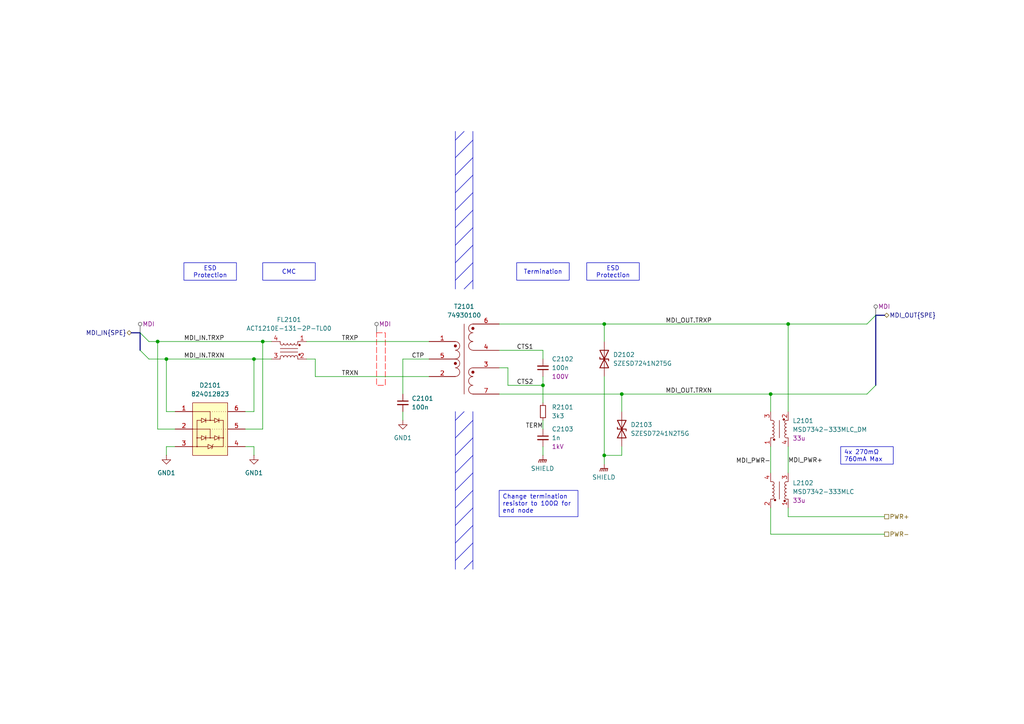
<source format=kicad_sch>
(kicad_sch
	(version 20250114)
	(generator "eeschema")
	(generator_version "9.0")
	(uuid "84d038d6-718d-45e3-b6b8-dc94c586d07e")
	(paper "A4")
	(title_block
		(title "10BASE-T1S CDN With MPoE")
		(date "2025-06-30")
		(comment 4 "Coupling-decoupling network for 10BASE-T1S with multidrop power over ethernet (MPoE).")
	)
	(lib_symbols
		(symbol "COMM-CMC:ACT1210E-131-2P-TL00"
			(pin_names
				(hide yes)
			)
			(exclude_from_sim no)
			(in_bom yes)
			(on_board yes)
			(property "Reference" "FL"
				(at 0 6.35 0)
				(effects
					(font
						(size 1.27 1.27)
					)
				)
			)
			(property "Value" "ACT1210E-131-2P-TL00"
				(at 0 3.81 0)
				(effects
					(font
						(size 1.27 1.27)
					)
				)
			)
			(property "Footprint" "project_footprints:ACT1210E"
				(at 16.51 -94.92 0)
				(effects
					(font
						(size 1.27 1.27)
					)
					(justify left top)
					(hide yes)
				)
			)
			(property "Datasheet" "https://product.tdk.com/system/files/dam/doc/product/emc/emc/cmf_cmc/catalog/cmf_automotive_signal_act1210e_en.pdf"
				(at 16.51 -194.92 0)
				(effects
					(font
						(size 1.27 1.27)
					)
					(justify left top)
					(hide yes)
				)
			)
			(property "Description" "130 H @ 100 kHz 2 Line Common Mode Choke Surface Mount 70mA DCR 2.9Ohm, 40 to +125C"
				(at 0 -7.62 0)
				(effects
					(font
						(size 1.27 1.27)
					)
					(hide yes)
				)
			)
			(property "Height" "2.5"
				(at 16.51 -394.92 0)
				(effects
					(font
						(size 1.27 1.27)
					)
					(justify left top)
					(hide yes)
				)
			)
			(property "Mouser Part Number" "810-ACT1210E1312PTL0"
				(at 16.51 -494.92 0)
				(effects
					(font
						(size 1.27 1.27)
					)
					(justify left top)
					(hide yes)
				)
			)
			(property "Mouser Price/Stock" "https://www.mouser.co.uk/ProductDetail/TDK/ACT1210E-131-2P-TL00?qs=jRuttqqUwMQ9ZrxLlcF7%2FQ%3D%3D"
				(at 16.51 -594.92 0)
				(effects
					(font
						(size 1.27 1.27)
					)
					(justify left top)
					(hide yes)
				)
			)
			(property "Manufacturer_Name" "TDK"
				(at 16.51 -694.92 0)
				(effects
					(font
						(size 1.27 1.27)
					)
					(justify left top)
					(hide yes)
				)
			)
			(property "Manufacturer_Part_Number" "ACT1210E-131-2P-TL00"
				(at 16.51 -794.92 0)
				(effects
					(font
						(size 1.27 1.27)
					)
					(justify left top)
					(hide yes)
				)
			)
			(symbol "ACT1210E-131-2P-TL00_1_1"
				(circle
					(center -3.048 -1.016)
					(radius 0.254)
					(stroke
						(width 0)
						(type default)
					)
					(fill
						(type outline)
					)
				)
				(circle
					(center -3.048 -3.81)
					(radius 0.254)
					(stroke
						(width 0)
						(type default)
					)
					(fill
						(type outline)
					)
				)
				(polyline
					(pts
						(xy -2.54 -0.508) (xy -2.54 0)
					)
					(stroke
						(width 0)
						(type default)
					)
					(fill
						(type none)
					)
				)
				(polyline
					(pts
						(xy -2.54 -2.032) (xy 2.54 -2.032)
					)
					(stroke
						(width 0)
						(type default)
					)
					(fill
						(type none)
					)
				)
				(polyline
					(pts
						(xy -2.54 -4.572) (xy -2.54 -5.08)
					)
					(stroke
						(width 0)
						(type default)
					)
					(fill
						(type none)
					)
				)
				(arc
					(start -1.524 -0.508)
					(mid -2.032 -1.0138)
					(end -2.54 -0.508)
					(stroke
						(width 0)
						(type default)
					)
					(fill
						(type none)
					)
				)
				(arc
					(start -2.54 -4.572)
					(mid -2.032 -4.0662)
					(end -1.524 -4.572)
					(stroke
						(width 0)
						(type default)
					)
					(fill
						(type none)
					)
				)
				(arc
					(start -0.508 -0.508)
					(mid -1.016 -1.0138)
					(end -1.524 -0.508)
					(stroke
						(width 0)
						(type default)
					)
					(fill
						(type none)
					)
				)
				(arc
					(start -1.524 -4.572)
					(mid -1.016 -4.0662)
					(end -0.508 -4.572)
					(stroke
						(width 0)
						(type default)
					)
					(fill
						(type none)
					)
				)
				(arc
					(start 0.508 -0.508)
					(mid 0 -1.0138)
					(end -0.508 -0.508)
					(stroke
						(width 0)
						(type default)
					)
					(fill
						(type none)
					)
				)
				(arc
					(start -0.508 -4.572)
					(mid 0 -4.0662)
					(end 0.508 -4.572)
					(stroke
						(width 0)
						(type default)
					)
					(fill
						(type none)
					)
				)
				(arc
					(start 1.524 -0.508)
					(mid 1.016 -1.0138)
					(end 0.508 -0.508)
					(stroke
						(width 0)
						(type default)
					)
					(fill
						(type none)
					)
				)
				(arc
					(start 0.508 -4.572)
					(mid 1.016 -4.0662)
					(end 1.524 -4.572)
					(stroke
						(width 0)
						(type default)
					)
					(fill
						(type none)
					)
				)
				(arc
					(start 2.54 -0.508)
					(mid 2.032 -1.0138)
					(end 1.524 -0.508)
					(stroke
						(width 0)
						(type default)
					)
					(fill
						(type none)
					)
				)
				(arc
					(start 1.524 -4.572)
					(mid 2.032 -4.0662)
					(end 2.54 -4.572)
					(stroke
						(width 0)
						(type default)
					)
					(fill
						(type none)
					)
				)
				(polyline
					(pts
						(xy 2.54 0) (xy 2.54 -0.508)
					)
					(stroke
						(width 0)
						(type default)
					)
					(fill
						(type none)
					)
				)
				(polyline
					(pts
						(xy 2.54 -3.048) (xy -2.54 -3.048)
					)
					(stroke
						(width 0)
						(type default)
					)
					(fill
						(type none)
					)
				)
				(polyline
					(pts
						(xy 2.54 -4.572) (xy 2.54 -5.08)
					)
					(stroke
						(width 0)
						(type default)
					)
					(fill
						(type none)
					)
				)
				(pin passive line
					(at -5.08 0 0)
					(length 2.54)
					(name "1"
						(effects
							(font
								(size 1.27 1.27)
							)
						)
					)
					(number "1"
						(effects
							(font
								(size 1.27 1.27)
							)
						)
					)
				)
				(pin passive line
					(at -5.08 -5.08 0)
					(length 2.54)
					(name "2"
						(effects
							(font
								(size 1.27 1.27)
							)
						)
					)
					(number "2"
						(effects
							(font
								(size 1.27 1.27)
							)
						)
					)
				)
				(pin passive line
					(at 5.08 0 180)
					(length 2.54)
					(name "4"
						(effects
							(font
								(size 1.27 1.27)
							)
						)
					)
					(number "4"
						(effects
							(font
								(size 1.27 1.27)
							)
						)
					)
				)
				(pin passive line
					(at 5.08 -5.08 180)
					(length 2.54)
					(name "3"
						(effects
							(font
								(size 1.27 1.27)
							)
						)
					)
					(number "3"
						(effects
							(font
								(size 1.27 1.27)
							)
						)
					)
				)
			)
			(embedded_fonts no)
		)
		(symbol "COMM-TRANSFORMER:74930100"
			(pin_names
				(hide yes)
			)
			(exclude_from_sim no)
			(in_bom yes)
			(on_board yes)
			(property "Reference" "T"
				(at 0 5.08 0)
				(effects
					(font
						(size 1.27 1.27)
					)
				)
			)
			(property "Value" "74930100"
				(at 0 2.54 0)
				(effects
					(font
						(size 1.27 1.27)
					)
				)
			)
			(property "Footprint" "project_footprints:74930100"
				(at 26.67 -94.92 0)
				(effects
					(font
						(size 1.27 1.27)
					)
					(justify left top)
					(hide yes)
				)
			)
			(property "Datasheet" "https://docs.rs-online.com/25b7/A700000007544655.pdf"
				(at 26.67 -194.92 0)
				(effects
					(font
						(size 1.27 1.27)
					)
					(justify left top)
					(hide yes)
				)
			)
			(property "Description" "WE-STST Super Tiny Signal Transformer  10G Base-T, 1000 Base-T1"
				(at 0 -22.86 0)
				(effects
					(font
						(size 1.27 1.27)
					)
					(hide yes)
				)
			)
			(symbol "74930100_0_1"
				(arc
					(start -1.27 -6.35)
					(mid -1.656 -7.2264)
					(end -2.54 -7.5946)
					(stroke
						(width 0)
						(type default)
					)
					(fill
						(type none)
					)
				)
				(arc
					(start -1.27 -8.89)
					(mid -1.656 -9.7664)
					(end -2.54 -10.1346)
					(stroke
						(width 0)
						(type default)
					)
					(fill
						(type none)
					)
				)
				(arc
					(start -1.27 -11.43)
					(mid -1.656 -12.3064)
					(end -2.54 -12.6746)
					(stroke
						(width 0)
						(type default)
					)
					(fill
						(type none)
					)
				)
				(arc
					(start -1.27 -13.97)
					(mid -1.656 -14.8464)
					(end -2.54 -15.2146)
					(stroke
						(width 0)
						(type default)
					)
					(fill
						(type none)
					)
				)
				(arc
					(start -2.54 -5.08)
					(mid -1.642 -5.452)
					(end -1.27 -6.35)
					(stroke
						(width 0)
						(type default)
					)
					(fill
						(type none)
					)
				)
				(arc
					(start -2.54 -7.62)
					(mid -1.642 -7.992)
					(end -1.27 -8.89)
					(stroke
						(width 0)
						(type default)
					)
					(fill
						(type none)
					)
				)
				(arc
					(start -2.54 -10.16)
					(mid -1.642 -10.532)
					(end -1.27 -11.43)
					(stroke
						(width 0)
						(type default)
					)
					(fill
						(type none)
					)
				)
				(arc
					(start -2.54 -12.7)
					(mid -1.642 -13.072)
					(end -1.27 -13.97)
					(stroke
						(width 0)
						(type default)
					)
					(fill
						(type none)
					)
				)
				(polyline
					(pts
						(xy 0 0) (xy 0 -20.32)
					)
					(stroke
						(width 0)
						(type default)
					)
					(fill
						(type none)
					)
				)
				(arc
					(start 1.2954 -1.27)
					(mid 1.6457 -0.3683)
					(end 2.54 0)
					(stroke
						(width 0)
						(type default)
					)
					(fill
						(type none)
					)
				)
				(arc
					(start 1.2954 -3.81)
					(mid 1.6457 -2.9083)
					(end 2.54 -2.54)
					(stroke
						(width 0)
						(type default)
					)
					(fill
						(type none)
					)
				)
				(arc
					(start 1.2954 -6.35)
					(mid 1.6457 -5.4483)
					(end 2.54 -5.08)
					(stroke
						(width 0)
						(type default)
					)
					(fill
						(type none)
					)
				)
				(arc
					(start 1.2954 -13.97)
					(mid 1.6457 -13.0683)
					(end 2.54 -12.7)
					(stroke
						(width 0)
						(type default)
					)
					(fill
						(type none)
					)
				)
				(arc
					(start 1.2954 -16.51)
					(mid 1.6457 -15.6083)
					(end 2.54 -15.24)
					(stroke
						(width 0)
						(type default)
					)
					(fill
						(type none)
					)
				)
				(arc
					(start 1.2954 -19.05)
					(mid 1.6457 -18.1483)
					(end 2.54 -17.78)
					(stroke
						(width 0)
						(type default)
					)
					(fill
						(type none)
					)
				)
				(arc
					(start 2.54 -2.5146)
					(mid 1.6599 -2.1501)
					(end 1.2954 -1.27)
					(stroke
						(width 0)
						(type default)
					)
					(fill
						(type none)
					)
				)
				(arc
					(start 2.54 -5.0546)
					(mid 1.6599 -4.6901)
					(end 1.2954 -3.81)
					(stroke
						(width 0)
						(type default)
					)
					(fill
						(type none)
					)
				)
				(arc
					(start 2.54 -7.5946)
					(mid 1.6599 -7.2301)
					(end 1.2954 -6.35)
					(stroke
						(width 0)
						(type default)
					)
					(fill
						(type none)
					)
				)
				(arc
					(start 2.54 -15.2146)
					(mid 1.6599 -14.8501)
					(end 1.2954 -13.97)
					(stroke
						(width 0)
						(type default)
					)
					(fill
						(type none)
					)
				)
				(arc
					(start 2.54 -17.7546)
					(mid 1.6599 -17.3901)
					(end 1.2954 -16.51)
					(stroke
						(width 0)
						(type default)
					)
					(fill
						(type none)
					)
				)
				(arc
					(start 2.54 -20.2946)
					(mid 1.6599 -19.9301)
					(end 1.2954 -19.05)
					(stroke
						(width 0)
						(type default)
					)
					(fill
						(type none)
					)
				)
			)
			(symbol "74930100_1_1"
				(circle
					(center -2.54 -6.35)
					(radius 0.3592)
					(stroke
						(width 0)
						(type solid)
					)
					(fill
						(type outline)
					)
				)
				(circle
					(center -2.54 -11.43)
					(radius 0.3592)
					(stroke
						(width 0)
						(type solid)
					)
					(fill
						(type outline)
					)
				)
				(circle
					(center 2.54 -1.27)
					(radius 0.3592)
					(stroke
						(width 0)
						(type solid)
					)
					(fill
						(type outline)
					)
				)
				(circle
					(center 2.54 -13.97)
					(radius 0.3592)
					(stroke
						(width 0)
						(type solid)
					)
					(fill
						(type outline)
					)
				)
				(pin passive line
					(at -10.16 -5.08 0)
					(length 7.62)
					(name "IN+"
						(effects
							(font
								(size 1.27 1.27)
							)
						)
					)
					(number "1"
						(effects
							(font
								(size 1.27 1.27)
							)
						)
					)
				)
				(pin passive line
					(at -10.16 -10.16 0)
					(length 7.62)
					(name "PM"
						(effects
							(font
								(size 1.27 1.27)
							)
						)
					)
					(number "5"
						(effects
							(font
								(size 1.27 1.27)
							)
						)
					)
				)
				(pin passive line
					(at -10.16 -15.24 0)
					(length 7.62)
					(name "IN-"
						(effects
							(font
								(size 1.27 1.27)
							)
						)
					)
					(number "2"
						(effects
							(font
								(size 1.27 1.27)
							)
						)
					)
				)
				(pin passive line
					(at 10.16 0 180)
					(length 7.62)
					(name "OUT1A"
						(effects
							(font
								(size 1.27 1.27)
							)
						)
					)
					(number "6"
						(effects
							(font
								(size 1.27 1.27)
							)
						)
					)
				)
				(pin passive line
					(at 10.16 -7.62 180)
					(length 7.62)
					(name "OUT1B"
						(effects
							(font
								(size 1.27 1.27)
							)
						)
					)
					(number "4"
						(effects
							(font
								(size 1.27 1.27)
							)
						)
					)
				)
				(pin passive line
					(at 10.16 -12.7 180)
					(length 7.62)
					(name "OUT2A"
						(effects
							(font
								(size 1.27 1.27)
							)
						)
					)
					(number "3"
						(effects
							(font
								(size 1.27 1.27)
							)
						)
					)
				)
				(pin passive line
					(at 10.16 -20.32 180)
					(length 7.62)
					(name "OUT2B"
						(effects
							(font
								(size 1.27 1.27)
							)
						)
					)
					(number "7"
						(effects
							(font
								(size 1.27 1.27)
							)
						)
					)
				)
			)
			(embedded_fonts no)
		)
		(symbol "Device:C_Small"
			(pin_numbers
				(hide yes)
			)
			(pin_names
				(offset 0.254)
				(hide yes)
			)
			(exclude_from_sim no)
			(in_bom yes)
			(on_board yes)
			(property "Reference" "C"
				(at 0.254 1.778 0)
				(effects
					(font
						(size 1.27 1.27)
					)
					(justify left)
				)
			)
			(property "Value" "C_Small"
				(at 0.254 -2.032 0)
				(effects
					(font
						(size 1.27 1.27)
					)
					(justify left)
				)
			)
			(property "Footprint" ""
				(at 0 0 0)
				(effects
					(font
						(size 1.27 1.27)
					)
					(hide yes)
				)
			)
			(property "Datasheet" "~"
				(at 0 0 0)
				(effects
					(font
						(size 1.27 1.27)
					)
					(hide yes)
				)
			)
			(property "Description" "Unpolarized capacitor, small symbol"
				(at 0 0 0)
				(effects
					(font
						(size 1.27 1.27)
					)
					(hide yes)
				)
			)
			(property "ki_keywords" "capacitor cap"
				(at 0 0 0)
				(effects
					(font
						(size 1.27 1.27)
					)
					(hide yes)
				)
			)
			(property "ki_fp_filters" "C_*"
				(at 0 0 0)
				(effects
					(font
						(size 1.27 1.27)
					)
					(hide yes)
				)
			)
			(symbol "C_Small_0_1"
				(polyline
					(pts
						(xy -1.524 0.508) (xy 1.524 0.508)
					)
					(stroke
						(width 0.3048)
						(type default)
					)
					(fill
						(type none)
					)
				)
				(polyline
					(pts
						(xy -1.524 -0.508) (xy 1.524 -0.508)
					)
					(stroke
						(width 0.3302)
						(type default)
					)
					(fill
						(type none)
					)
				)
			)
			(symbol "C_Small_1_1"
				(pin passive line
					(at 0 2.54 270)
					(length 2.032)
					(name "~"
						(effects
							(font
								(size 1.27 1.27)
							)
						)
					)
					(number "1"
						(effects
							(font
								(size 1.27 1.27)
							)
						)
					)
				)
				(pin passive line
					(at 0 -2.54 90)
					(length 2.032)
					(name "~"
						(effects
							(font
								(size 1.27 1.27)
							)
						)
					)
					(number "2"
						(effects
							(font
								(size 1.27 1.27)
							)
						)
					)
				)
			)
			(embedded_fonts no)
		)
		(symbol "Device:R_Small"
			(pin_numbers
				(hide yes)
			)
			(pin_names
				(offset 0.254)
				(hide yes)
			)
			(exclude_from_sim no)
			(in_bom yes)
			(on_board yes)
			(property "Reference" "R"
				(at 0 0 90)
				(effects
					(font
						(size 1.016 1.016)
					)
				)
			)
			(property "Value" "R_Small"
				(at 1.778 0 90)
				(effects
					(font
						(size 1.27 1.27)
					)
				)
			)
			(property "Footprint" ""
				(at 0 0 0)
				(effects
					(font
						(size 1.27 1.27)
					)
					(hide yes)
				)
			)
			(property "Datasheet" "~"
				(at 0 0 0)
				(effects
					(font
						(size 1.27 1.27)
					)
					(hide yes)
				)
			)
			(property "Description" "Resistor, small symbol"
				(at 0 0 0)
				(effects
					(font
						(size 1.27 1.27)
					)
					(hide yes)
				)
			)
			(property "ki_keywords" "R resistor"
				(at 0 0 0)
				(effects
					(font
						(size 1.27 1.27)
					)
					(hide yes)
				)
			)
			(property "ki_fp_filters" "R_*"
				(at 0 0 0)
				(effects
					(font
						(size 1.27 1.27)
					)
					(hide yes)
				)
			)
			(symbol "R_Small_0_1"
				(rectangle
					(start -0.762 1.778)
					(end 0.762 -1.778)
					(stroke
						(width 0.2032)
						(type default)
					)
					(fill
						(type none)
					)
				)
			)
			(symbol "R_Small_1_1"
				(pin passive line
					(at 0 2.54 270)
					(length 0.762)
					(name "~"
						(effects
							(font
								(size 1.27 1.27)
							)
						)
					)
					(number "1"
						(effects
							(font
								(size 1.27 1.27)
							)
						)
					)
				)
				(pin passive line
					(at 0 -2.54 90)
					(length 0.762)
					(name "~"
						(effects
							(font
								(size 1.27 1.27)
							)
						)
					)
					(number "2"
						(effects
							(font
								(size 1.27 1.27)
							)
						)
					)
				)
			)
			(embedded_fonts no)
		)
		(symbol "PWR-IND:MSD7342-333MLC_CM"
			(pin_names
				(hide yes)
			)
			(exclude_from_sim no)
			(in_bom yes)
			(on_board yes)
			(property "Reference" "L"
				(at 0 5.08 0)
				(effects
					(font
						(size 1.27 1.27)
					)
				)
			)
			(property "Value" "MSD7342-333MLC"
				(at 0 -5.08 0)
				(effects
					(font
						(size 1.27 1.27)
					)
				)
			)
			(property "Footprint" "project_footprints:MSD7342"
				(at 0 7.62 0)
				(effects
					(font
						(size 1.27 1.27)
					)
					(hide yes)
				)
			)
			(property "Datasheet" "https://www.mouser.co.uk/datasheet/2/597/msd7342-220556.pdf"
				(at 52.07 17.78 0)
				(effects
					(font
						(size 1.27 1.27)
					)
					(hide yes)
				)
			)
			(property "Description" "Shielded Coupled Inductor"
				(at 0 0 0)
				(effects
					(font
						(size 1.27 1.27)
					)
					(hide yes)
				)
			)
			(property "Mounting Technology" "SMT"
				(at 52.07 0 0)
				(effects
					(font
						(size 1.27 1.27)
					)
					(hide yes)
				)
			)
			(property "Critical Parameter" "33u"
				(at 0 -7.62 0)
				(effects
					(font
						(size 1.27 1.27)
					)
				)
			)
			(property "ki_keywords" "SMT"
				(at 0 0 0)
				(effects
					(font
						(size 1.27 1.27)
					)
					(hide yes)
				)
			)
			(property "ki_fp_filters" "*WE-DD*7355crossed*"
				(at 0 0 0)
				(effects
					(font
						(size 1.27 1.27)
					)
					(hide yes)
				)
			)
			(symbol "MSD7342-333MLC_CM_0_1"
				(circle
					(center -3.048 1.524)
					(radius 0.254)
					(stroke
						(width 0)
						(type default)
					)
					(fill
						(type outline)
					)
				)
				(circle
					(center -2.794 -1.27)
					(radius 0.254)
					(stroke
						(width 0)
						(type default)
					)
					(fill
						(type outline)
					)
				)
				(polyline
					(pts
						(xy -2.54 2.032) (xy -2.54 2.54)
					)
					(stroke
						(width 0)
						(type default)
					)
					(fill
						(type none)
					)
				)
				(polyline
					(pts
						(xy -2.54 -2.032) (xy -2.54 -2.54)
					)
					(stroke
						(width 0)
						(type default)
					)
					(fill
						(type none)
					)
				)
				(arc
					(start -1.524 2.032)
					(mid -2.032 1.5262)
					(end -2.54 2.032)
					(stroke
						(width 0)
						(type default)
					)
					(fill
						(type none)
					)
				)
				(arc
					(start -2.54 -2.032)
					(mid -2.032 -1.5262)
					(end -1.524 -2.032)
					(stroke
						(width 0)
						(type default)
					)
					(fill
						(type none)
					)
				)
				(arc
					(start -0.508 2.032)
					(mid -1.016 1.5262)
					(end -1.524 2.032)
					(stroke
						(width 0)
						(type default)
					)
					(fill
						(type none)
					)
				)
				(arc
					(start -1.524 -2.032)
					(mid -1.016 -1.5262)
					(end -0.508 -2.032)
					(stroke
						(width 0)
						(type default)
					)
					(fill
						(type none)
					)
				)
				(arc
					(start 0.508 2.032)
					(mid 0 1.5262)
					(end -0.508 2.032)
					(stroke
						(width 0)
						(type default)
					)
					(fill
						(type none)
					)
				)
				(arc
					(start -0.508 -2.032)
					(mid 0 -1.5262)
					(end 0.508 -2.032)
					(stroke
						(width 0)
						(type default)
					)
					(fill
						(type none)
					)
				)
				(arc
					(start 1.524 2.032)
					(mid 1.016 1.5262)
					(end 0.508 2.032)
					(stroke
						(width 0)
						(type default)
					)
					(fill
						(type none)
					)
				)
				(arc
					(start 0.508 -2.032)
					(mid 1.016 -1.5262)
					(end 1.524 -2.032)
					(stroke
						(width 0)
						(type default)
					)
					(fill
						(type none)
					)
				)
				(arc
					(start 2.54 2.032)
					(mid 2.032 1.5262)
					(end 1.524 2.032)
					(stroke
						(width 0)
						(type default)
					)
					(fill
						(type none)
					)
				)
				(arc
					(start 1.524 -2.032)
					(mid 2.032 -1.5262)
					(end 2.54 -2.032)
					(stroke
						(width 0)
						(type default)
					)
					(fill
						(type none)
					)
				)
				(polyline
					(pts
						(xy 2.54 2.54) (xy 2.54 2.032)
					)
					(stroke
						(width 0)
						(type default)
					)
					(fill
						(type none)
					)
				)
				(polyline
					(pts
						(xy 2.54 0) (xy -2.54 0)
					)
					(stroke
						(width 0)
						(type default)
					)
					(fill
						(type none)
					)
				)
				(polyline
					(pts
						(xy 2.54 -2.032) (xy 2.54 -2.54)
					)
					(stroke
						(width 0)
						(type default)
					)
					(fill
						(type none)
					)
				)
			)
			(symbol "MSD7342-333MLC_CM_1_1"
				(pin passive line
					(at -5.08 2.54 0)
					(length 2.54)
					(name "1"
						(effects
							(font
								(size 1.27 1.27)
							)
						)
					)
					(number "1"
						(effects
							(font
								(size 1.27 1.27)
							)
						)
					)
				)
				(pin passive line
					(at -5.08 -2.54 0)
					(length 2.54)
					(name "4"
						(effects
							(font
								(size 1.27 1.27)
							)
						)
					)
					(number "2"
						(effects
							(font
								(size 1.27 1.27)
							)
						)
					)
				)
				(pin passive line
					(at 5.08 2.54 180)
					(length 2.54)
					(name "3"
						(effects
							(font
								(size 1.27 1.27)
							)
						)
					)
					(number "3"
						(effects
							(font
								(size 1.27 1.27)
							)
						)
					)
				)
				(pin passive line
					(at 5.08 -2.54 180)
					(length 2.54)
					(name "2"
						(effects
							(font
								(size 1.27 1.27)
							)
						)
					)
					(number "4"
						(effects
							(font
								(size 1.27 1.27)
							)
						)
					)
				)
			)
			(embedded_fonts no)
		)
		(symbol "PWR-IND:MSD7342-333MLC_DM"
			(pin_names
				(hide yes)
			)
			(exclude_from_sim no)
			(in_bom yes)
			(on_board yes)
			(property "Reference" "L"
				(at 0 5.08 0)
				(effects
					(font
						(size 1.27 1.27)
					)
				)
			)
			(property "Value" "MSD7342-333MLC_DM"
				(at 0 -5.08 0)
				(effects
					(font
						(size 1.27 1.27)
					)
				)
			)
			(property "Footprint" "project_footprints:MSD7342"
				(at 0 7.62 0)
				(effects
					(font
						(size 1.27 1.27)
					)
					(hide yes)
				)
			)
			(property "Datasheet" "https://www.mouser.co.uk/datasheet/2/597/msd7342-220556.pdf"
				(at 52.07 17.78 0)
				(effects
					(font
						(size 1.27 1.27)
					)
					(hide yes)
				)
			)
			(property "Description" "Shielded Coupled Inductor"
				(at 0 0 0)
				(effects
					(font
						(size 1.27 1.27)
					)
					(hide yes)
				)
			)
			(property "Mounting Technology" "SMT"
				(at 52.07 0 0)
				(effects
					(font
						(size 1.27 1.27)
					)
					(hide yes)
				)
			)
			(property "Critical Parameter" "33u"
				(at 0 -7.62 0)
				(effects
					(font
						(size 1.27 1.27)
					)
				)
			)
			(property "ki_keywords" "SMT"
				(at 0 0 0)
				(effects
					(font
						(size 1.27 1.27)
					)
					(hide yes)
				)
			)
			(property "ki_fp_filters" "*WE-DD*7355crossed*"
				(at 0 0 0)
				(effects
					(font
						(size 1.27 1.27)
					)
					(hide yes)
				)
			)
			(symbol "MSD7342-333MLC_DM_0_1"
				(circle
					(center -3.048 1.524)
					(radius 0.254)
					(stroke
						(width 0)
						(type default)
					)
					(fill
						(type outline)
					)
				)
				(polyline
					(pts
						(xy -2.54 2.032) (xy -2.54 2.54)
					)
					(stroke
						(width 0)
						(type default)
					)
					(fill
						(type none)
					)
				)
				(polyline
					(pts
						(xy -2.54 -2.032) (xy -2.54 -2.54)
					)
					(stroke
						(width 0)
						(type default)
					)
					(fill
						(type none)
					)
				)
				(arc
					(start -1.524 2.032)
					(mid -2.032 1.5262)
					(end -2.54 2.032)
					(stroke
						(width 0)
						(type default)
					)
					(fill
						(type none)
					)
				)
				(arc
					(start -2.54 -2.032)
					(mid -2.032 -1.5262)
					(end -1.524 -2.032)
					(stroke
						(width 0)
						(type default)
					)
					(fill
						(type none)
					)
				)
				(arc
					(start -0.508 2.032)
					(mid -1.016 1.5262)
					(end -1.524 2.032)
					(stroke
						(width 0)
						(type default)
					)
					(fill
						(type none)
					)
				)
				(arc
					(start -1.524 -2.032)
					(mid -1.016 -1.5262)
					(end -0.508 -2.032)
					(stroke
						(width 0)
						(type default)
					)
					(fill
						(type none)
					)
				)
				(arc
					(start 0.508 2.032)
					(mid 0 1.5262)
					(end -0.508 2.032)
					(stroke
						(width 0)
						(type default)
					)
					(fill
						(type none)
					)
				)
				(arc
					(start -0.508 -2.032)
					(mid 0 -1.5262)
					(end 0.508 -2.032)
					(stroke
						(width 0)
						(type default)
					)
					(fill
						(type none)
					)
				)
				(arc
					(start 1.524 2.032)
					(mid 1.016 1.5262)
					(end 0.508 2.032)
					(stroke
						(width 0)
						(type default)
					)
					(fill
						(type none)
					)
				)
				(arc
					(start 0.508 -2.032)
					(mid 1.016 -1.5262)
					(end 1.524 -2.032)
					(stroke
						(width 0)
						(type default)
					)
					(fill
						(type none)
					)
				)
				(arc
					(start 2.54 2.032)
					(mid 2.032 1.5262)
					(end 1.524 2.032)
					(stroke
						(width 0)
						(type default)
					)
					(fill
						(type none)
					)
				)
				(arc
					(start 1.524 -2.032)
					(mid 2.032 -1.5262)
					(end 2.54 -2.032)
					(stroke
						(width 0)
						(type default)
					)
					(fill
						(type none)
					)
				)
				(polyline
					(pts
						(xy 2.54 2.54) (xy 2.54 2.032)
					)
					(stroke
						(width 0)
						(type default)
					)
					(fill
						(type none)
					)
				)
				(polyline
					(pts
						(xy 2.54 0) (xy -2.54 0)
					)
					(stroke
						(width 0)
						(type default)
					)
					(fill
						(type none)
					)
				)
				(polyline
					(pts
						(xy 2.54 -2.032) (xy 2.54 -2.54)
					)
					(stroke
						(width 0)
						(type default)
					)
					(fill
						(type none)
					)
				)
				(circle
					(center 2.794 -1.27)
					(radius 0.254)
					(stroke
						(width 0)
						(type default)
					)
					(fill
						(type outline)
					)
				)
			)
			(symbol "MSD7342-333MLC_DM_1_1"
				(pin passive line
					(at -5.08 2.54 0)
					(length 2.54)
					(name "1"
						(effects
							(font
								(size 1.27 1.27)
							)
						)
					)
					(number "1"
						(effects
							(font
								(size 1.27 1.27)
							)
						)
					)
				)
				(pin passive line
					(at -5.08 -2.54 0)
					(length 2.54)
					(name "2"
						(effects
							(font
								(size 1.27 1.27)
							)
						)
					)
					(number "4"
						(effects
							(font
								(size 1.27 1.27)
							)
						)
					)
				)
				(pin passive line
					(at 5.08 2.54 180)
					(length 2.54)
					(name "3"
						(effects
							(font
								(size 1.27 1.27)
							)
						)
					)
					(number "3"
						(effects
							(font
								(size 1.27 1.27)
							)
						)
					)
				)
				(pin passive line
					(at 5.08 -2.54 180)
					(length 2.54)
					(name "4"
						(effects
							(font
								(size 1.27 1.27)
							)
						)
					)
					(number "2"
						(effects
							(font
								(size 1.27 1.27)
							)
						)
					)
				)
			)
			(embedded_fonts no)
		)
		(symbol "PWR-SYM:SHIELD"
			(power)
			(pin_numbers
				(hide yes)
			)
			(pin_names
				(offset 0)
				(hide yes)
			)
			(exclude_from_sim no)
			(in_bom yes)
			(on_board yes)
			(property "Reference" "#PWR"
				(at 0 -5.08 0)
				(effects
					(font
						(size 1.27 1.27)
					)
					(hide yes)
				)
			)
			(property "Value" "SHIELD"
				(at 0 -3.302 0)
				(effects
					(font
						(size 1.27 1.27)
					)
				)
			)
			(property "Footprint" ""
				(at 0 -1.27 0)
				(effects
					(font
						(size 1.27 1.27)
					)
					(hide yes)
				)
			)
			(property "Datasheet" ""
				(at 0 -1.27 0)
				(effects
					(font
						(size 1.27 1.27)
					)
					(hide yes)
				)
			)
			(property "Description" "Power symbol creates a global label with name \"SHIELD\" , global ground"
				(at 0 0 0)
				(effects
					(font
						(size 1.27 1.27)
					)
					(hide yes)
				)
			)
			(property "ki_keywords" "global ground"
				(at 0 0 0)
				(effects
					(font
						(size 1.27 1.27)
					)
					(hide yes)
				)
			)
			(symbol "SHIELD_0_1"
				(polyline
					(pts
						(xy -1.016 -1.27) (xy -1.27 -2.032) (xy -1.27 -2.032)
					)
					(stroke
						(width 0.2032)
						(type default)
					)
					(fill
						(type none)
					)
				)
				(polyline
					(pts
						(xy -0.508 -1.27) (xy -0.762 -2.032) (xy -0.762 -2.032)
					)
					(stroke
						(width 0.2032)
						(type default)
					)
					(fill
						(type none)
					)
				)
				(polyline
					(pts
						(xy 0 -1.27) (xy 0 0)
					)
					(stroke
						(width 0)
						(type default)
					)
					(fill
						(type none)
					)
				)
				(polyline
					(pts
						(xy 0 -1.27) (xy -0.254 -2.032) (xy -0.254 -2.032)
					)
					(stroke
						(width 0.2032)
						(type default)
					)
					(fill
						(type none)
					)
				)
				(polyline
					(pts
						(xy 0.508 -1.27) (xy 0.254 -2.032) (xy 0.254 -2.032)
					)
					(stroke
						(width 0.2032)
						(type default)
					)
					(fill
						(type none)
					)
				)
				(polyline
					(pts
						(xy 1.016 -1.27) (xy -1.016 -1.27) (xy -1.016 -1.27)
					)
					(stroke
						(width 0.2032)
						(type default)
					)
					(fill
						(type none)
					)
				)
				(polyline
					(pts
						(xy 1.016 -1.27) (xy 0.762 -2.032) (xy 0.762 -2.032) (xy 0.762 -2.032)
					)
					(stroke
						(width 0.2032)
						(type default)
					)
					(fill
						(type none)
					)
				)
			)
			(symbol "SHIELD_1_1"
				(pin power_in line
					(at 0 0 270)
					(length 0)
					(name "~"
						(effects
							(font
								(size 1.27 1.27)
							)
						)
					)
					(number "1"
						(effects
							(font
								(size 1.27 1.27)
							)
						)
					)
				)
			)
			(embedded_fonts no)
		)
		(symbol "TVS:824012823"
			(exclude_from_sim no)
			(in_bom yes)
			(on_board yes)
			(property "Reference" "D"
				(at 0 5.08 0)
				(effects
					(font
						(size 1.27 1.27)
					)
				)
			)
			(property "Value" "824012823"
				(at 0 2.54 0)
				(effects
					(font
						(size 1.27 1.27)
					)
				)
			)
			(property "Footprint" "project_footprints:824012823"
				(at 31.75 -94.92 0)
				(effects
					(font
						(size 1.27 1.27)
					)
					(justify left top)
					(hide yes)
				)
			)
			(property "Datasheet" "https://www.we-online.com/catalog/datasheet/824012823.pdf"
				(at 31.75 -194.92 0)
				(effects
					(font
						(size 1.27 1.27)
					)
					(justify left top)
					(hide yes)
				)
			)
			(property "Description" "ESD Suppressors / TVS Diodes WE-TVS Diode Array 3.3V 0.18pF 2Channel"
				(at 0 -17.78 0)
				(effects
					(font
						(size 1.27 1.27)
					)
					(hide yes)
				)
			)
			(property "Height" "0.5"
				(at 31.75 -394.92 0)
				(effects
					(font
						(size 1.27 1.27)
					)
					(justify left top)
					(hide yes)
				)
			)
			(property "Mouser Part Number" "710-824012823"
				(at 31.75 -494.92 0)
				(effects
					(font
						(size 1.27 1.27)
					)
					(justify left top)
					(hide yes)
				)
			)
			(property "Mouser Price/Stock" "https://www.mouser.co.uk/ProductDetail/Wurth-Elektronik/824012823?qs=rrS6PyfT74dPtw7q26tZFg%3D%3D"
				(at 31.75 -594.92 0)
				(effects
					(font
						(size 1.27 1.27)
					)
					(justify left top)
					(hide yes)
				)
			)
			(property "Manufacturer_Name" "Wurth Elektronik"
				(at 31.75 -694.92 0)
				(effects
					(font
						(size 1.27 1.27)
					)
					(justify left top)
					(hide yes)
				)
			)
			(property "Manufacturer_Part_Number" "824012823"
				(at 31.75 -794.92 0)
				(effects
					(font
						(size 1.27 1.27)
					)
					(justify left top)
					(hide yes)
				)
			)
			(symbol "824012823_0_1"
				(polyline
					(pts
						(xy -5.08 -7.62) (xy 0 -7.62) (xy 0 -10.16)
					)
					(stroke
						(width 0)
						(type default)
					)
					(fill
						(type none)
					)
				)
				(polyline
					(pts
						(xy -3.81 -5.08) (xy -3.81 -12.7)
					)
					(stroke
						(width 0)
						(type default)
					)
					(fill
						(type none)
					)
				)
				(circle
					(center -3.81 -10.16)
					(radius 0.1127)
					(stroke
						(width 0)
						(type default)
					)
					(fill
						(type none)
					)
				)
				(circle
					(center -3.81 -12.7)
					(radius 0.1127)
					(stroke
						(width 0)
						(type default)
					)
					(fill
						(type none)
					)
				)
				(polyline
					(pts
						(xy -3.81 -12.7) (xy -5.08 -12.7)
					)
					(stroke
						(width 0)
						(type default)
					)
					(fill
						(type none)
					)
				)
				(polyline
					(pts
						(xy -1.27 -4.445) (xy -1.27 -5.715)
					)
					(stroke
						(width 0)
						(type default)
					)
					(fill
						(type none)
					)
				)
				(polyline
					(pts
						(xy -1.27 -5.08) (xy 1.27 -5.08)
					)
					(stroke
						(width 0)
						(type default)
					)
					(fill
						(type none)
					)
				)
				(polyline
					(pts
						(xy -1.27 -5.08) (xy -2.54 -4.445) (xy -2.54 -5.715) (xy -1.27 -5.08)
					)
					(stroke
						(width 0)
						(type default)
					)
					(fill
						(type none)
					)
				)
				(polyline
					(pts
						(xy -1.27 -9.525) (xy -1.27 -10.795)
					)
					(stroke
						(width 0)
						(type default)
					)
					(fill
						(type none)
					)
				)
				(polyline
					(pts
						(xy -1.27 -10.16) (xy 1.27 -10.16)
					)
					(stroke
						(width 0)
						(type default)
					)
					(fill
						(type none)
					)
				)
				(polyline
					(pts
						(xy -1.27 -10.16) (xy -2.54 -9.525) (xy -2.54 -10.795) (xy -1.27 -10.16)
					)
					(stroke
						(width 0)
						(type default)
					)
					(fill
						(type none)
					)
				)
				(polyline
					(pts
						(xy -0.635 -12.7) (xy -3.81 -12.7)
					)
					(stroke
						(width 0)
						(type default)
					)
					(fill
						(type none)
					)
				)
				(polyline
					(pts
						(xy 0 -5.08) (xy 0 -2.54) (xy -5.08 -2.54)
					)
					(stroke
						(width 0)
						(type default)
					)
					(fill
						(type none)
					)
				)
				(circle
					(center 0 -5.08)
					(radius 0.1127)
					(stroke
						(width 0)
						(type default)
					)
					(fill
						(type none)
					)
				)
				(circle
					(center 0 -10.16)
					(radius 0.1127)
					(stroke
						(width 0)
						(type default)
					)
					(fill
						(type none)
					)
				)
				(polyline
					(pts
						(xy 0.387 -13.35) (xy 0.387 -13.35)
					)
					(stroke
						(width 0)
						(type default)
					)
					(fill
						(type none)
					)
				)
				(polyline
					(pts
						(xy 0.635 -12.7) (xy -0.635 -12.065) (xy -0.635 -13.335) (xy 0.635 -12.7)
					)
					(stroke
						(width 0)
						(type default)
					)
					(fill
						(type none)
					)
				)
				(polyline
					(pts
						(xy 0.895 -12.06) (xy 0.641 -12.314) (xy 0.641 -13.076) (xy 0.387 -13.33)
					)
					(stroke
						(width 0)
						(type default)
					)
					(fill
						(type none)
					)
				)
				(polyline
					(pts
						(xy 2.54 -4.445) (xy 2.54 -5.715)
					)
					(stroke
						(width 0)
						(type default)
					)
					(fill
						(type none)
					)
				)
				(polyline
					(pts
						(xy 2.54 -5.08) (xy 1.27 -4.445) (xy 1.27 -5.715) (xy 2.54 -5.08)
					)
					(stroke
						(width 0)
						(type default)
					)
					(fill
						(type none)
					)
				)
				(polyline
					(pts
						(xy 2.54 -9.525) (xy 2.54 -10.795)
					)
					(stroke
						(width 0)
						(type default)
					)
					(fill
						(type none)
					)
				)
				(polyline
					(pts
						(xy 2.54 -10.16) (xy 1.27 -9.525) (xy 1.27 -10.795) (xy 2.54 -10.16)
					)
					(stroke
						(width 0)
						(type default)
					)
					(fill
						(type none)
					)
				)
				(polyline
					(pts
						(xy 3.81 -5.08) (xy 3.81 -12.7)
					)
					(stroke
						(width 0)
						(type default)
					)
					(fill
						(type none)
					)
				)
				(circle
					(center 3.81 -10.16)
					(radius 0.1127)
					(stroke
						(width 0)
						(type default)
					)
					(fill
						(type none)
					)
				)
				(polyline
					(pts
						(xy 3.81 -12.7) (xy 0.635 -12.7)
					)
					(stroke
						(width 0)
						(type default)
					)
					(fill
						(type none)
					)
				)
			)
			(symbol "824012823_1_1"
				(rectangle
					(start -5.08 0)
					(end 5.08 -15.24)
					(stroke
						(width 0)
						(type solid)
					)
					(fill
						(type background)
					)
				)
				(polyline
					(pts
						(xy -2.54 -5.08) (xy -3.81 -5.08)
					)
					(stroke
						(width 0)
						(type default)
					)
					(fill
						(type none)
					)
				)
				(polyline
					(pts
						(xy -2.54 -10.16) (xy -3.81 -10.16)
					)
					(stroke
						(width 0)
						(type default)
					)
					(fill
						(type none)
					)
				)
				(polyline
					(pts
						(xy 0 -2.54) (xy 5.08 -2.54)
					)
					(stroke
						(width 0)
						(type dot)
					)
					(fill
						(type none)
					)
				)
				(polyline
					(pts
						(xy 0 -7.62) (xy 5.08 -7.62)
					)
					(stroke
						(width 0)
						(type dot)
					)
					(fill
						(type none)
					)
				)
				(polyline
					(pts
						(xy 3.81 -5.08) (xy 2.54 -5.08)
					)
					(stroke
						(width 0)
						(type default)
					)
					(fill
						(type none)
					)
				)
				(polyline
					(pts
						(xy 3.81 -10.16) (xy 2.54 -10.16)
					)
					(stroke
						(width 0)
						(type default)
					)
					(fill
						(type none)
					)
				)
				(polyline
					(pts
						(xy 5.08 -12.7) (xy 3.81 -12.7)
					)
					(stroke
						(width 0)
						(type dot)
					)
					(fill
						(type none)
					)
				)
				(pin passive line
					(at -10.16 -2.54 0)
					(length 5.08)
					(name "~"
						(effects
							(font
								(size 1.27 1.27)
							)
						)
					)
					(number "1"
						(effects
							(font
								(size 1.27 1.27)
							)
						)
					)
				)
				(pin passive line
					(at -10.16 -7.62 0)
					(length 5.08)
					(name "~"
						(effects
							(font
								(size 1.27 1.27)
							)
						)
					)
					(number "2"
						(effects
							(font
								(size 1.27 1.27)
							)
						)
					)
				)
				(pin passive line
					(at -10.16 -12.7 0)
					(length 5.08)
					(name "~"
						(effects
							(font
								(size 1.27 1.27)
							)
						)
					)
					(number "3"
						(effects
							(font
								(size 1.27 1.27)
							)
						)
					)
				)
				(pin passive line
					(at 10.16 -2.54 180)
					(length 5.08)
					(name "~"
						(effects
							(font
								(size 1.27 1.27)
							)
						)
					)
					(number "6"
						(effects
							(font
								(size 1.27 1.27)
							)
						)
					)
				)
				(pin passive line
					(at 10.16 -7.62 180)
					(length 5.08)
					(name "~"
						(effects
							(font
								(size 1.27 1.27)
							)
						)
					)
					(number "5"
						(effects
							(font
								(size 1.27 1.27)
							)
						)
					)
				)
				(pin passive line
					(at 10.16 -12.7 180)
					(length 5.08)
					(name "~"
						(effects
							(font
								(size 1.27 1.27)
							)
						)
					)
					(number "4"
						(effects
							(font
								(size 1.27 1.27)
							)
						)
					)
				)
			)
			(embedded_fonts no)
		)
		(symbol "TVS:SZESD7241N2T5G"
			(pin_numbers
				(hide yes)
			)
			(pin_names
				(hide yes)
			)
			(exclude_from_sim no)
			(in_bom yes)
			(on_board yes)
			(property "Reference" "D"
				(at 0 3.81 0)
				(effects
					(font
						(size 1.27 1.27)
					)
				)
			)
			(property "Value" "SZESD7241N2T5G"
				(at 0 1.27 0)
				(effects
					(font
						(size 1.27 1.27)
					)
				)
			)
			(property "Footprint" "project_footprints:SZESD7462N2T5G"
				(at -16.51 -10.16 0)
				(effects
					(font
						(size 1.27 1.27)
					)
					(justify left bottom)
					(hide yes)
				)
			)
			(property "Datasheet" "https://www.onsemi.com/pub/Collateral/ESD7241-D.PDF"
				(at -29.21 -12.7 0)
				(effects
					(font
						(size 1.27 1.27)
					)
					(justify left bottom)
					(hide yes)
				)
			)
			(property "Description" "SZESD7241MXWT5G Wettable Flank Package; SZ Prefix for Automotive and Other Applications Requiring Unique Site and Control Change Requirements; AECQ101 Qualified and PPAP CapableSZ Prefix for Automotive and Other Applications Requiring Unique Site and Control Change Requirements; AECQ101 Qualified and PPAP Capable; Ultra-Low Capacitance: < 1.0pF Max; Low Leakage: < 0.5uA; IEC61000-4-2 (ESD): Level 4 +/-28kV Contact; IEC61000-4-4 (EFT): 40A - 5/50ns; IEC61000-4-5 (Lightning): 1A - 8/20us; These Devices are Pb"
				(at 0 -6.35 0)
				(effects
					(font
						(size 1.27 1.27)
					)
					(hide yes)
				)
			)
			(property "Height" "0.4"
				(at -1.27 -15.24 0)
				(effects
					(font
						(size 1.27 1.27)
					)
					(justify left bottom)
					(hide yes)
				)
			)
			(property "Mouser Part Number" "863-SZESD7241N2T5G"
				(at -11.43 -17.78 0)
				(effects
					(font
						(size 1.27 1.27)
					)
					(justify left bottom)
					(hide yes)
				)
			)
			(property "Mouser Price/Stock" "https://www.mouser.co.uk/ProductDetail/onsemi/SZESD7241N2T5G?qs=z6PAvqrnkvSq0oMCl81g4Q%3D%3D"
				(at -49.53 -20.32 0)
				(effects
					(font
						(size 1.27 1.27)
					)
					(justify left bottom)
					(hide yes)
				)
			)
			(property "Manufacturer_Name" "onsemi"
				(at -3.81 -22.86 0)
				(effects
					(font
						(size 1.27 1.27)
					)
					(justify left bottom)
					(hide yes)
				)
			)
			(property "Manufacturer_Part_Number" "SZESD7241N2T5G"
				(at -8.89 -25.4 0)
				(effects
					(font
						(size 1.27 1.27)
					)
					(justify left bottom)
					(hide yes)
				)
			)
			(symbol "SZESD7241N2T5G_0_1"
				(polyline
					(pts
						(xy -2.54 -1.27) (xy -2.54 -3.81) (xy 2.54 -1.27) (xy 2.54 -3.81) (xy -2.54 -1.27)
					)
					(stroke
						(width 0.254)
						(type default)
					)
					(fill
						(type none)
					)
				)
				(polyline
					(pts
						(xy 0.508 -1.27) (xy 0 -1.27) (xy 0 -3.81) (xy -0.508 -3.81)
					)
					(stroke
						(width 0.254)
						(type default)
					)
					(fill
						(type none)
					)
				)
				(polyline
					(pts
						(xy 1.27 -2.54) (xy -1.27 -2.54)
					)
					(stroke
						(width 0)
						(type default)
					)
					(fill
						(type none)
					)
				)
			)
			(symbol "SZESD7241N2T5G_1_1"
				(pin passive line
					(at -5.08 -2.54 0)
					(length 3.81)
					(name "A1"
						(effects
							(font
								(size 1.27 1.27)
							)
						)
					)
					(number "1"
						(effects
							(font
								(size 1.27 1.27)
							)
						)
					)
				)
				(pin passive line
					(at 5.08 -2.54 180)
					(length 3.81)
					(name "A2"
						(effects
							(font
								(size 1.27 1.27)
							)
						)
					)
					(number "2"
						(effects
							(font
								(size 1.27 1.27)
							)
						)
					)
				)
			)
			(embedded_fonts no)
		)
		(symbol "power:GND1"
			(power)
			(pin_numbers
				(hide yes)
			)
			(pin_names
				(offset 0)
				(hide yes)
			)
			(exclude_from_sim no)
			(in_bom yes)
			(on_board yes)
			(property "Reference" "#PWR"
				(at 0 -6.35 0)
				(effects
					(font
						(size 1.27 1.27)
					)
					(hide yes)
				)
			)
			(property "Value" "GND1"
				(at 0 -3.81 0)
				(effects
					(font
						(size 1.27 1.27)
					)
				)
			)
			(property "Footprint" ""
				(at 0 0 0)
				(effects
					(font
						(size 1.27 1.27)
					)
					(hide yes)
				)
			)
			(property "Datasheet" ""
				(at 0 0 0)
				(effects
					(font
						(size 1.27 1.27)
					)
					(hide yes)
				)
			)
			(property "Description" "Power symbol creates a global label with name \"GND1\" , ground"
				(at 0 0 0)
				(effects
					(font
						(size 1.27 1.27)
					)
					(hide yes)
				)
			)
			(property "ki_keywords" "global power"
				(at 0 0 0)
				(effects
					(font
						(size 1.27 1.27)
					)
					(hide yes)
				)
			)
			(symbol "GND1_0_1"
				(polyline
					(pts
						(xy 0 0) (xy 0 -1.27) (xy 1.27 -1.27) (xy 0 -2.54) (xy -1.27 -1.27) (xy 0 -1.27)
					)
					(stroke
						(width 0)
						(type default)
					)
					(fill
						(type none)
					)
				)
			)
			(symbol "GND1_1_1"
				(pin power_in line
					(at 0 0 270)
					(length 0)
					(name "~"
						(effects
							(font
								(size 1.27 1.27)
							)
						)
					)
					(number "1"
						(effects
							(font
								(size 1.27 1.27)
							)
						)
					)
				)
			)
			(embedded_fonts no)
		)
	)
	(text_box "ESD Protection"
		(exclude_from_sim no)
		(at 170.18 76.2 0)
		(size 15.24 5.08)
		(margins 0.9525 0.9525 0.9525 0.9525)
		(stroke
			(width 0)
			(type solid)
		)
		(fill
			(type none)
		)
		(effects
			(font
				(size 1.27 1.27)
			)
		)
		(uuid "25bd394f-dbf8-447a-a775-dcd2686fa616")
	)
	(text_box "Change termination resistor to 100Ω for end node"
		(exclude_from_sim no)
		(at 144.78 142.24 0)
		(size 22.86 7.62)
		(margins 0.9525 0.9525 0.9525 0.9525)
		(stroke
			(width 0)
			(type solid)
		)
		(fill
			(type none)
		)
		(effects
			(font
				(size 1.27 1.27)
			)
			(justify left top)
		)
		(uuid "61221b8d-27a5-4754-aea6-ff0d1bb55b7c")
	)
	(text_box "CMC"
		(exclude_from_sim no)
		(at 76.2 76.2 0)
		(size 15.24 5.08)
		(margins 0.9525 0.9525 0.9525 0.9525)
		(stroke
			(width 0)
			(type solid)
		)
		(fill
			(type none)
		)
		(effects
			(font
				(size 1.27 1.27)
			)
		)
		(uuid "8e126d98-f047-4ae5-8439-354e447eccd5")
	)
	(text_box "Termination"
		(exclude_from_sim no)
		(at 149.86 76.2 0)
		(size 15.24 5.08)
		(margins 0.9525 0.9525 0.9525 0.9525)
		(stroke
			(width 0)
			(type solid)
		)
		(fill
			(type none)
		)
		(effects
			(font
				(size 1.27 1.27)
			)
		)
		(uuid "a32c6eda-c16a-42b7-bc36-b19a7cc96c47")
	)
	(text_box "ESD Protection"
		(exclude_from_sim no)
		(at 53.34 76.2 0)
		(size 15.24 5.08)
		(margins 0.9525 0.9525 0.9525 0.9525)
		(stroke
			(width 0)
			(type solid)
		)
		(fill
			(type none)
		)
		(effects
			(font
				(size 1.27 1.27)
			)
		)
		(uuid "ac0c5967-fc53-47a9-9b2f-727e81e02567")
	)
	(text_box "4x 270mΩ\n760mA Max"
		(exclude_from_sim no)
		(at 243.84 129.54 0)
		(size 15.24 5.08)
		(margins 0.9525 0.9525 0.9525 0.9525)
		(stroke
			(width 0)
			(type solid)
		)
		(fill
			(type none)
		)
		(effects
			(font
				(size 1.27 1.27)
			)
			(justify left)
		)
		(uuid "bec04c00-850c-4b29-95eb-adb8ea445690")
	)
	(junction
		(at 157.48 111.76)
		(diameter 0)
		(color 0 0 0 0)
		(uuid "18403547-18f5-49dd-997d-59f5104b79f0")
	)
	(junction
		(at 228.6 93.98)
		(diameter 0)
		(color 0 0 0 0)
		(uuid "448725d2-4892-44aa-999b-34c47b6ee6f9")
	)
	(junction
		(at 175.26 132.08)
		(diameter 0)
		(color 0 0 0 0)
		(uuid "4a8a7645-def7-4211-a5e4-faff2879a8df")
	)
	(junction
		(at 45.72 99.06)
		(diameter 0)
		(color 0 0 0 0)
		(uuid "5a5a6bf9-906a-4ee9-b997-f856b3eaca9e")
	)
	(junction
		(at 48.26 104.14)
		(diameter 0)
		(color 0 0 0 0)
		(uuid "9374eef9-abf4-40ac-a971-d35cea3d06f8")
	)
	(junction
		(at 76.2 99.06)
		(diameter 0)
		(color 0 0 0 0)
		(uuid "a3a8c11d-3ace-45c0-bc53-050e67df234a")
	)
	(junction
		(at 175.26 93.98)
		(diameter 0)
		(color 0 0 0 0)
		(uuid "d1b92d20-5dab-48e1-81fc-bec925be4872")
	)
	(junction
		(at 73.66 104.14)
		(diameter 0)
		(color 0 0 0 0)
		(uuid "d412b567-de89-45c9-b44a-42717dfa01e8")
	)
	(junction
		(at 180.34 114.3)
		(diameter 0)
		(color 0 0 0 0)
		(uuid "de827e51-dd79-4d5e-aeeb-5398ee1ae80d")
	)
	(junction
		(at 223.52 114.3)
		(diameter 0)
		(color 0 0 0 0)
		(uuid "e4be9365-8195-47e2-a3a7-66f1b2ac7ee2")
	)
	(bus_entry
		(at 40.64 96.52)
		(size 2.54 2.54)
		(stroke
			(width 0)
			(type default)
		)
		(uuid "1c6408b3-c73c-4e20-a387-df6c46f34908")
	)
	(bus_entry
		(at 40.64 101.6)
		(size 2.54 2.54)
		(stroke
			(width 0)
			(type default)
		)
		(uuid "3196c07b-010d-45aa-930a-de6d614e7e7c")
	)
	(bus_entry
		(at 254 111.76)
		(size -2.54 2.54)
		(stroke
			(width 0)
			(type default)
		)
		(uuid "3327408e-d4c1-4b0e-9b10-27d9e4891232")
	)
	(bus_entry
		(at 254 91.44)
		(size -2.54 2.54)
		(stroke
			(width 0)
			(type default)
		)
		(uuid "91b90236-1ac1-40b5-b74a-db6b9885e26b")
	)
	(wire
		(pts
			(xy 223.52 114.3) (xy 223.52 119.38)
		)
		(stroke
			(width 0)
			(type default)
		)
		(uuid "01520ece-42af-4308-ab02-7c7f3a8578a6")
	)
	(bus
		(pts
			(xy 38.1 96.52) (xy 40.64 96.52)
		)
		(stroke
			(width 0)
			(type default)
		)
		(uuid "0d09f4f4-ba2c-4a75-9a75-79fb3732f88d")
	)
	(polyline
		(pts
			(xy 132.08 71.12) (xy 137.16 66.04)
		)
		(stroke
			(width 0)
			(type default)
		)
		(uuid "1072c728-8aad-4e90-8ae7-8978ad685230")
	)
	(wire
		(pts
			(xy 157.48 101.6) (xy 157.48 104.14)
		)
		(stroke
			(width 0)
			(type default)
		)
		(uuid "1144e19d-908d-41a3-8684-4266a31562c1")
	)
	(wire
		(pts
			(xy 180.34 132.08) (xy 180.34 129.54)
		)
		(stroke
			(width 0)
			(type default)
		)
		(uuid "14875e74-ba87-4aa2-9780-86e0753c0249")
	)
	(wire
		(pts
			(xy 71.12 124.46) (xy 76.2 124.46)
		)
		(stroke
			(width 0)
			(type default)
		)
		(uuid "17e27807-8093-4949-9a6d-06ed19ea363f")
	)
	(wire
		(pts
			(xy 76.2 124.46) (xy 76.2 99.06)
		)
		(stroke
			(width 0)
			(type default)
		)
		(uuid "184399af-70d0-4fe0-b06c-63449ffec144")
	)
	(wire
		(pts
			(xy 88.9 99.06) (xy 124.46 99.06)
		)
		(stroke
			(width 0)
			(type default)
		)
		(uuid "1d0df8c2-760d-4431-8129-fba7f1cda1d9")
	)
	(wire
		(pts
			(xy 116.84 114.3) (xy 116.84 104.14)
		)
		(stroke
			(width 0)
			(type default)
		)
		(uuid "1e862a1f-07bf-4185-ba3f-7e009333ecd9")
	)
	(polyline
		(pts
			(xy 132.08 121.92) (xy 134.62 119.38)
		)
		(stroke
			(width 0)
			(type default)
		)
		(uuid "2029aaa8-51e3-47cf-87ca-8d33b0df85c2")
	)
	(polyline
		(pts
			(xy 132.08 45.72) (xy 137.16 40.64)
		)
		(stroke
			(width 0)
			(type default)
		)
		(uuid "23e0e75f-474d-4eb8-ae02-6acc0b3c0b2d")
	)
	(wire
		(pts
			(xy 73.66 119.38) (xy 73.66 104.14)
		)
		(stroke
			(width 0)
			(type default)
		)
		(uuid "243cb27b-229f-4a57-8aa6-bf3dab8160c0")
	)
	(wire
		(pts
			(xy 228.6 149.86) (xy 228.6 147.32)
		)
		(stroke
			(width 0)
			(type default)
		)
		(uuid "2705ac91-0a27-49df-ad9d-02f6fb9a0be6")
	)
	(wire
		(pts
			(xy 144.78 93.98) (xy 175.26 93.98)
		)
		(stroke
			(width 0)
			(type default)
		)
		(uuid "2b13c685-2413-43c3-a6d3-829dc5985936")
	)
	(wire
		(pts
			(xy 73.66 129.54) (xy 71.12 129.54)
		)
		(stroke
			(width 0)
			(type default)
		)
		(uuid "2bd66ddc-ae4b-4b70-bf71-45b495fccccf")
	)
	(wire
		(pts
			(xy 175.26 93.98) (xy 175.26 99.06)
		)
		(stroke
			(width 0)
			(type default)
		)
		(uuid "2c9999f9-9aba-4958-b653-bc04a3d76e3f")
	)
	(wire
		(pts
			(xy 73.66 104.14) (xy 78.74 104.14)
		)
		(stroke
			(width 0)
			(type default)
		)
		(uuid "2f75eddd-cc92-499b-a946-a982e1b16368")
	)
	(polyline
		(pts
			(xy 134.62 165.1) (xy 137.16 162.56)
		)
		(stroke
			(width 0)
			(type default)
		)
		(uuid "33d841d9-53bc-4249-a5ea-0bf4bbd5cc72")
	)
	(wire
		(pts
			(xy 76.2 99.06) (xy 78.74 99.06)
		)
		(stroke
			(width 0)
			(type default)
		)
		(uuid "364c7e45-fc57-40ce-a103-b9e74e55be79")
	)
	(polyline
		(pts
			(xy 137.16 38.1) (xy 137.16 83.82)
		)
		(stroke
			(width 0)
			(type default)
		)
		(uuid "3921272c-2683-444b-a61f-bcbe014e3ff0")
	)
	(wire
		(pts
			(xy 48.26 132.08) (xy 48.26 129.54)
		)
		(stroke
			(width 0)
			(type default)
		)
		(uuid "3985ad94-22fb-4b99-9b27-ebf852caf9a7")
	)
	(polyline
		(pts
			(xy 132.08 66.04) (xy 137.16 60.96)
		)
		(stroke
			(width 0)
			(type default)
		)
		(uuid "3edae9f3-266b-4eea-9664-a57ff3fb6b8c")
	)
	(wire
		(pts
			(xy 228.6 149.86) (xy 256.54 149.86)
		)
		(stroke
			(width 0)
			(type default)
		)
		(uuid "3f5e7cc8-b023-4086-9d86-df7534b6c70d")
	)
	(wire
		(pts
			(xy 71.12 119.38) (xy 73.66 119.38)
		)
		(stroke
			(width 0)
			(type default)
		)
		(uuid "425bc3b0-a31c-4cf3-ae41-9dc0a8952275")
	)
	(wire
		(pts
			(xy 223.52 129.54) (xy 223.52 137.16)
		)
		(stroke
			(width 0)
			(type default)
		)
		(uuid "45815cf4-c68b-41e1-85aa-1c9ec1c07c7e")
	)
	(wire
		(pts
			(xy 48.26 119.38) (xy 48.26 104.14)
		)
		(stroke
			(width 0)
			(type default)
		)
		(uuid "488ec2fe-fde3-4c1f-97f8-de3d176e938a")
	)
	(wire
		(pts
			(xy 157.48 111.76) (xy 157.48 116.84)
		)
		(stroke
			(width 0)
			(type default)
		)
		(uuid "4d936ed6-f827-48e7-9338-c655236fdc64")
	)
	(wire
		(pts
			(xy 175.26 132.08) (xy 175.26 134.62)
		)
		(stroke
			(width 0)
			(type default)
		)
		(uuid "5047b01e-ef4e-4807-b6a6-ac501b382795")
	)
	(wire
		(pts
			(xy 223.52 147.32) (xy 223.52 154.94)
		)
		(stroke
			(width 0)
			(type default)
		)
		(uuid "50ffb966-c248-4ea3-93db-73be938f6a25")
	)
	(polyline
		(pts
			(xy 134.62 83.82) (xy 137.16 81.28)
		)
		(stroke
			(width 0)
			(type default)
		)
		(uuid "51dc569d-e943-4391-87eb-29da65049fa6")
	)
	(bus
		(pts
			(xy 40.64 96.52) (xy 40.64 101.6)
		)
		(stroke
			(width 0)
			(type default)
		)
		(uuid "592d7608-0b29-47e9-bbd3-aaf93795f033")
	)
	(polyline
		(pts
			(xy 132.08 119.38) (xy 132.08 165.1)
		)
		(stroke
			(width 0)
			(type default)
		)
		(uuid "5ddc93be-f42a-4787-8f5c-42f963dcf04c")
	)
	(wire
		(pts
			(xy 88.9 104.14) (xy 91.44 104.14)
		)
		(stroke
			(width 0)
			(type default)
		)
		(uuid "5e9ab75b-37b2-4135-a889-d1e3ff37cdde")
	)
	(polyline
		(pts
			(xy 132.08 142.24) (xy 137.16 137.16)
		)
		(stroke
			(width 0)
			(type default)
		)
		(uuid "65b95180-29d2-4509-8ede-b8971ad21118")
	)
	(polyline
		(pts
			(xy 132.08 162.56) (xy 137.16 157.48)
		)
		(stroke
			(width 0)
			(type default)
		)
		(uuid "660b8578-b911-4f0e-85ee-9c2333c53a9e")
	)
	(wire
		(pts
			(xy 223.52 114.3) (xy 251.46 114.3)
		)
		(stroke
			(width 0)
			(type default)
		)
		(uuid "6ad0ed88-f001-41f4-ab10-e239fc2a9230")
	)
	(bus
		(pts
			(xy 256.54 91.44) (xy 254 91.44)
		)
		(stroke
			(width 0)
			(type default)
		)
		(uuid "6bb08513-c6d4-42ab-b578-fc9e04e9835a")
	)
	(wire
		(pts
			(xy 144.78 114.3) (xy 180.34 114.3)
		)
		(stroke
			(width 0)
			(type default)
		)
		(uuid "6d4c89b4-5d47-4b48-a862-a7d41f28be2e")
	)
	(wire
		(pts
			(xy 180.34 114.3) (xy 180.34 119.38)
		)
		(stroke
			(width 0)
			(type default)
		)
		(uuid "6fbbe9be-896f-4285-bcc8-3506470eae7b")
	)
	(wire
		(pts
			(xy 147.32 111.76) (xy 147.32 106.68)
		)
		(stroke
			(width 0)
			(type default)
		)
		(uuid "77760085-dcf1-4f49-8d28-1f0a76272ed8")
	)
	(wire
		(pts
			(xy 45.72 99.06) (xy 45.72 124.46)
		)
		(stroke
			(width 0)
			(type default)
		)
		(uuid "78486274-5d09-4d80-a669-9b497a1c0cf1")
	)
	(wire
		(pts
			(xy 157.48 129.54) (xy 157.48 132.08)
		)
		(stroke
			(width 0)
			(type default)
		)
		(uuid "78a0974e-f0cc-44db-81a7-b795a38cce4a")
	)
	(wire
		(pts
			(xy 180.34 114.3) (xy 223.52 114.3)
		)
		(stroke
			(width 0)
			(type default)
		)
		(uuid "7b6f2c11-9777-4da8-b7d4-3bd05ee5960a")
	)
	(wire
		(pts
			(xy 147.32 111.76) (xy 157.48 111.76)
		)
		(stroke
			(width 0)
			(type default)
		)
		(uuid "7d9862f5-ed63-4488-9018-a5ee6c87f24c")
	)
	(wire
		(pts
			(xy 45.72 99.06) (xy 76.2 99.06)
		)
		(stroke
			(width 0)
			(type default)
		)
		(uuid "7f008e0f-5b28-4853-ab45-0c8fd2e7a6f0")
	)
	(wire
		(pts
			(xy 144.78 101.6) (xy 157.48 101.6)
		)
		(stroke
			(width 0)
			(type default)
		)
		(uuid "85e4499f-1a7d-432c-9e0d-064c071c11a3")
	)
	(wire
		(pts
			(xy 50.8 124.46) (xy 45.72 124.46)
		)
		(stroke
			(width 0)
			(type default)
		)
		(uuid "8aa6055a-d1e0-4d5a-92cb-d9504faf2fd5")
	)
	(wire
		(pts
			(xy 157.48 121.92) (xy 157.48 124.46)
		)
		(stroke
			(width 0)
			(type default)
		)
		(uuid "8ac50a46-d5a9-4564-8211-fbc3c5a5e22d")
	)
	(wire
		(pts
			(xy 175.26 109.22) (xy 175.26 132.08)
		)
		(stroke
			(width 0)
			(type default)
		)
		(uuid "8b7b6ca0-0eb5-4377-bd54-f9c996588d5e")
	)
	(wire
		(pts
			(xy 91.44 104.14) (xy 91.44 109.22)
		)
		(stroke
			(width 0)
			(type default)
		)
		(uuid "8bf7b0d4-c42f-4c0f-b3b9-7d4a9cd7cd76")
	)
	(wire
		(pts
			(xy 43.18 104.14) (xy 48.26 104.14)
		)
		(stroke
			(width 0)
			(type default)
		)
		(uuid "8f342db0-0273-47ac-ad49-c127a790c878")
	)
	(wire
		(pts
			(xy 147.32 106.68) (xy 144.78 106.68)
		)
		(stroke
			(width 0)
			(type default)
		)
		(uuid "9810eca6-a702-49aa-b062-a11c2eb92619")
	)
	(polyline
		(pts
			(xy 132.08 137.16) (xy 137.16 132.08)
		)
		(stroke
			(width 0)
			(type default)
		)
		(uuid "987de2c8-d569-4388-96b5-e599038c085e")
	)
	(wire
		(pts
			(xy 91.44 109.22) (xy 124.46 109.22)
		)
		(stroke
			(width 0)
			(type default)
		)
		(uuid "9b25e8f1-2af1-422b-93ff-aabee8c8d5cd")
	)
	(wire
		(pts
			(xy 175.26 93.98) (xy 228.6 93.98)
		)
		(stroke
			(width 0)
			(type default)
		)
		(uuid "9ce972c4-63bc-4f1b-854f-964984691d2b")
	)
	(wire
		(pts
			(xy 228.6 93.98) (xy 251.46 93.98)
		)
		(stroke
			(width 0)
			(type default)
		)
		(uuid "a5c03529-8392-4824-987b-66e11dca7fad")
	)
	(polyline
		(pts
			(xy 132.08 157.48) (xy 137.16 152.4)
		)
		(stroke
			(width 0)
			(type default)
		)
		(uuid "a8840a37-9156-4855-908b-98aceefc8429")
	)
	(wire
		(pts
			(xy 116.84 104.14) (xy 124.46 104.14)
		)
		(stroke
			(width 0)
			(type default)
		)
		(uuid "aa2c2662-0f41-4324-adae-94c8ba40cf69")
	)
	(polyline
		(pts
			(xy 132.08 76.2) (xy 137.16 71.12)
		)
		(stroke
			(width 0)
			(type default)
		)
		(uuid "ad68bab3-0dfa-4e70-b8da-12dd1325809c")
	)
	(wire
		(pts
			(xy 48.26 104.14) (xy 73.66 104.14)
		)
		(stroke
			(width 0)
			(type default)
		)
		(uuid "ad82fe76-915b-42f7-84ed-ec3a50ab1437")
	)
	(wire
		(pts
			(xy 50.8 119.38) (xy 48.26 119.38)
		)
		(stroke
			(width 0)
			(type default)
		)
		(uuid "b005054a-37ac-4cab-9bc2-f5afd9d059da")
	)
	(polyline
		(pts
			(xy 132.08 55.88) (xy 137.16 50.8)
		)
		(stroke
			(width 0)
			(type default)
		)
		(uuid "b1c9bf75-981d-47db-ac8d-649baf6938c8")
	)
	(wire
		(pts
			(xy 157.48 109.22) (xy 157.48 111.76)
		)
		(stroke
			(width 0)
			(type default)
		)
		(uuid "b3105d97-ee22-4976-8f15-c85c7a1bf8d4")
	)
	(polyline
		(pts
			(xy 132.08 132.08) (xy 137.16 127)
		)
		(stroke
			(width 0)
			(type default)
		)
		(uuid "bf54391c-cda4-4b1f-9e19-ce1adb212e49")
	)
	(polyline
		(pts
			(xy 132.08 40.64) (xy 134.62 38.1)
		)
		(stroke
			(width 0)
			(type default)
		)
		(uuid "c21af766-4167-46f9-9c59-aadcb037cc7c")
	)
	(wire
		(pts
			(xy 175.26 132.08) (xy 180.34 132.08)
		)
		(stroke
			(width 0)
			(type default)
		)
		(uuid "c5154fc3-887d-4822-91fa-8e09e4bd885b")
	)
	(wire
		(pts
			(xy 228.6 129.54) (xy 228.6 137.16)
		)
		(stroke
			(width 0)
			(type default)
		)
		(uuid "c6a2b535-3e08-47ac-900c-4c53bf296e6f")
	)
	(polyline
		(pts
			(xy 132.08 38.1) (xy 132.08 83.82)
		)
		(stroke
			(width 0)
			(type default)
		)
		(uuid "ccd99b06-fde2-4f60-ac0e-724cb36f0eb2")
	)
	(bus
		(pts
			(xy 254 91.44) (xy 254 111.76)
		)
		(stroke
			(width 0)
			(type default)
		)
		(uuid "ce58547c-931d-46cd-bc8b-b32a85441a32")
	)
	(wire
		(pts
			(xy 223.52 154.94) (xy 256.54 154.94)
		)
		(stroke
			(width 0)
			(type default)
		)
		(uuid "cf177041-842d-4c55-a2e3-3c3a773f9955")
	)
	(polyline
		(pts
			(xy 132.08 50.8) (xy 137.16 45.72)
		)
		(stroke
			(width 0)
			(type default)
		)
		(uuid "d002f537-7b06-4d17-9dea-bd9765bda12c")
	)
	(polyline
		(pts
			(xy 132.08 81.28) (xy 137.16 76.2)
		)
		(stroke
			(width 0)
			(type default)
		)
		(uuid "d047d34a-a5e3-4f29-85f6-ceb509d4e26c")
	)
	(polyline
		(pts
			(xy 132.08 147.32) (xy 137.16 142.24)
		)
		(stroke
			(width 0)
			(type default)
		)
		(uuid "d414c82f-f132-427c-b374-294b6f048684")
	)
	(polyline
		(pts
			(xy 132.08 127) (xy 137.16 121.92)
		)
		(stroke
			(width 0)
			(type default)
		)
		(uuid "d6a217a1-efdd-49b3-b07d-4bf820931a69")
	)
	(wire
		(pts
			(xy 43.18 99.06) (xy 45.72 99.06)
		)
		(stroke
			(width 0)
			(type default)
		)
		(uuid "d784496b-680c-4b57-bcb2-b88a4c7e1fc5")
	)
	(polyline
		(pts
			(xy 137.16 119.38) (xy 137.16 165.1)
		)
		(stroke
			(width 0)
			(type default)
		)
		(uuid "e772d201-7081-4630-8cc2-b17b52485907")
	)
	(polyline
		(pts
			(xy 132.08 60.96) (xy 137.16 55.88)
		)
		(stroke
			(width 0)
			(type default)
		)
		(uuid "efbe3884-2392-4790-94dc-98f93884279d")
	)
	(wire
		(pts
			(xy 73.66 132.08) (xy 73.66 129.54)
		)
		(stroke
			(width 0)
			(type default)
		)
		(uuid "f30f72d9-6265-497d-8170-9bd98ef9e3be")
	)
	(wire
		(pts
			(xy 228.6 93.98) (xy 228.6 119.38)
		)
		(stroke
			(width 0)
			(type default)
		)
		(uuid "f394fb9b-da23-41b4-9206-0194b61bb8dd")
	)
	(polyline
		(pts
			(xy 132.08 152.4) (xy 137.16 147.32)
		)
		(stroke
			(width 0)
			(type default)
		)
		(uuid "f66c75c2-d274-4165-9852-7590fb58d79e")
	)
	(wire
		(pts
			(xy 48.26 129.54) (xy 50.8 129.54)
		)
		(stroke
			(width 0)
			(type default)
		)
		(uuid "f74a6f51-7b9e-4c70-8fdc-017fb4309cde")
	)
	(wire
		(pts
			(xy 116.84 121.92) (xy 116.84 119.38)
		)
		(stroke
			(width 0)
			(type default)
		)
		(uuid "fec2c796-d35a-47b2-a4f2-5999812503cc")
	)
	(label "CTS2"
		(at 149.86 111.76 0)
		(effects
			(font
				(size 1.27 1.27)
			)
			(justify left bottom)
		)
		(uuid "08e32d70-5267-4f77-86db-5c20de115854")
	)
	(label "MDI_IN.TRXP"
		(at 53.34 99.06 0)
		(effects
			(font
				(size 1.27 1.27)
			)
			(justify left bottom)
		)
		(uuid "0b20444f-4f18-49bd-bff3-5e0154f56b4d")
	)
	(label "TRXN"
		(at 99.06 109.22 0)
		(effects
			(font
				(size 1.27 1.27)
			)
			(justify left bottom)
		)
		(uuid "14143980-340b-41fc-9856-132eed666dbd")
	)
	(label "MDI_OUT.TRXN"
		(at 193.04 114.3 0)
		(effects
			(font
				(size 1.27 1.27)
			)
			(justify left bottom)
		)
		(uuid "5004263f-bc54-4179-88af-e260858324e9")
	)
	(label "MDI_OUT.TRXP"
		(at 193.04 93.98 0)
		(effects
			(font
				(size 1.27 1.27)
			)
			(justify left bottom)
		)
		(uuid "5082df43-0237-4904-aa2e-133cedd4e081")
	)
	(label "TRXP"
		(at 99.06 99.06 0)
		(effects
			(font
				(size 1.27 1.27)
			)
			(justify left bottom)
		)
		(uuid "8a284378-e45b-4465-8789-448efc9bb1d8")
	)
	(label "MDI_PWR+"
		(at 228.6 134.4953 0)
		(effects
			(font
				(size 1.27 1.27)
			)
			(justify left bottom)
		)
		(uuid "8b8a6139-8f80-47da-aef9-3c18d6de8684")
	)
	(label "CTS1"
		(at 149.86 101.6 0)
		(effects
			(font
				(size 1.27 1.27)
			)
			(justify left bottom)
		)
		(uuid "8e0a8186-a427-4163-a24e-38fc11e4a5af")
	)
	(label "CTP"
		(at 119.38 104.14 0)
		(effects
			(font
				(size 1.27 1.27)
			)
			(justify left bottom)
		)
		(uuid "bddc8463-9587-406b-bfb1-cbf6a4568dfa")
	)
	(label "TERM"
		(at 157.48 124.46 180)
		(effects
			(font
				(size 1.27 1.27)
			)
			(justify right bottom)
		)
		(uuid "cd73910d-8fcc-41a1-a362-13592940fce1")
	)
	(label "MDI_PWR-"
		(at 223.52 134.62 180)
		(effects
			(font
				(size 1.27 1.27)
			)
			(justify right bottom)
		)
		(uuid "ebebe666-9c06-40b1-a130-972992e30893")
	)
	(label "MDI_IN.TRXN"
		(at 53.34 104.14 0)
		(effects
			(font
				(size 1.27 1.27)
			)
			(justify left bottom)
		)
		(uuid "f1e34b51-179e-4065-b69e-0d5d39486723")
	)
	(hierarchical_label "MDI_IN{SPE}"
		(shape bidirectional)
		(at 38.1 96.52 180)
		(effects
			(font
				(size 1.27 1.27)
			)
			(justify right)
		)
		(uuid "36b677e4-c86d-4473-949e-fda03d15ac08")
	)
	(hierarchical_label "MDI_OUT{SPE}"
		(shape bidirectional)
		(at 256.54 91.44 0)
		(effects
			(font
				(size 1.27 1.27)
			)
			(justify left)
		)
		(uuid "4e7a1685-9dd6-4f67-a794-adcd491d6df4")
	)
	(hierarchical_label "PWR-"
		(shape passive)
		(at 256.54 154.94 0)
		(effects
			(font
				(size 1.27 1.27)
			)
			(justify left)
		)
		(uuid "ba0fa6ab-be50-46af-b409-08605aba62c0")
	)
	(hierarchical_label "PWR+"
		(shape passive)
		(at 256.54 149.86 0)
		(effects
			(font
				(size 1.27 1.27)
			)
			(justify left)
		)
		(uuid "c084b862-af43-45b6-9baf-a493bd2e7748")
	)
	(rule_area
		(polyline
			(pts
				(xy 109.22 96.52) (xy 111.76 96.52) (xy 111.76 111.76) (xy 109.22 111.76)
			)
			(stroke
				(width 0)
				(type dash)
			)
			(fill
				(type none)
			)
			(uuid a05b7fb7-30f7-4e50-a30a-7eafa2594833)
		)
	)
	(netclass_flag ""
		(length 2.54)
		(shape round)
		(at 254 91.44 0)
		(fields_autoplaced yes)
		(effects
			(font
				(size 1.27 1.27)
			)
			(justify left bottom)
		)
		(uuid "29c3fb4f-db93-4f32-8f49-49a2120f9386")
		(property "Netclass" "MDI"
			(at 254.6985 88.9 0)
			(effects
				(font
					(size 1.27 1.27)
				)
				(justify left)
			)
		)
		(property "Component Class" ""
			(at -38.1 -5.08 0)
			(effects
				(font
					(size 1.27 1.27)
					(italic yes)
				)
			)
		)
	)
	(netclass_flag ""
		(length 2.54)
		(shape round)
		(at 40.64 96.52 0)
		(fields_autoplaced yes)
		(effects
			(font
				(size 1.27 1.27)
			)
			(justify left bottom)
		)
		(uuid "af190fb6-d44c-4bbb-bcc9-e68b099161e2")
		(property "Netclass" "MDI"
			(at 41.3385 93.98 0)
			(effects
				(font
					(size 1.27 1.27)
				)
				(justify left)
			)
		)
		(property "Component Class" ""
			(at -251.46 0 0)
			(effects
				(font
					(size 1.27 1.27)
					(italic yes)
				)
			)
		)
	)
	(netclass_flag ""
		(length 2.54)
		(shape round)
		(at 109.22 96.52 0)
		(fields_autoplaced yes)
		(effects
			(font
				(size 1.27 1.27)
			)
			(justify left bottom)
		)
		(uuid "d88c8fc7-b51c-4d5a-8397-22405fff1d9a")
		(property "Netclass" "MDI"
			(at 109.9185 93.98 0)
			(effects
				(font
					(size 1.27 1.27)
				)
				(justify left)
			)
		)
		(property "Component Class" ""
			(at -182.88 0 0)
			(effects
				(font
					(size 1.27 1.27)
					(italic yes)
				)
			)
		)
	)
	(symbol
		(lib_id "Device:C_Small")
		(at 116.84 116.84 0)
		(unit 1)
		(exclude_from_sim no)
		(in_bom yes)
		(on_board yes)
		(dnp no)
		(uuid "0ccd9e75-b6da-46af-bc49-1c64f056f0d5")
		(property "Reference" "C2101"
			(at 119.38 115.5762 0)
			(effects
				(font
					(size 1.27 1.27)
				)
				(justify left)
			)
		)
		(property "Value" "100n"
			(at 119.38 118.1162 0)
			(effects
				(font
					(size 1.27 1.27)
				)
				(justify left)
			)
		)
		(property "Footprint" "Capacitor_SMD:C_0402_1005Metric"
			(at 116.84 116.84 0)
			(effects
				(font
					(size 1.27 1.27)
				)
				(hide yes)
			)
		)
		(property "Datasheet" "~"
			(at 116.84 116.84 0)
			(effects
				(font
					(size 1.27 1.27)
				)
				(hide yes)
			)
		)
		(property "Description" "Unpolarized capacitor, small symbol"
			(at 116.84 116.84 0)
			(effects
				(font
					(size 1.27 1.27)
				)
				(hide yes)
			)
		)
		(pin "1"
			(uuid "6fbf2dbf-ce81-4208-929c-599715707d56")
		)
		(pin "2"
			(uuid "7113b273-78dc-4693-b1f7-cc30c691aa0f")
		)
		(instances
			(project "switch_main_v4"
				(path "/a5e57332-4284-4d3c-ab3c-13bc0ddb29b6/1d1a9833-050c-427e-aa22-8f19cbf4f64e/c4e1641a-ba0e-4849-bfcb-134e004c6188"
					(reference "C2101")
					(unit 1)
				)
			)
		)
	)
	(symbol
		(lib_id "TVS:824012823")
		(at 60.96 116.84 0)
		(unit 1)
		(exclude_from_sim no)
		(in_bom yes)
		(on_board yes)
		(dnp no)
		(fields_autoplaced yes)
		(uuid "110e7bef-14ce-4712-8938-0d865a5aa6e9")
		(property "Reference" "D2101"
			(at 60.96 111.76 0)
			(effects
				(font
					(size 1.27 1.27)
				)
			)
		)
		(property "Value" "824012823"
			(at 60.96 114.3 0)
			(effects
				(font
					(size 1.27 1.27)
				)
			)
		)
		(property "Footprint" "project_footprints:824012823"
			(at 92.71 211.76 0)
			(effects
				(font
					(size 1.27 1.27)
				)
				(justify left top)
				(hide yes)
			)
		)
		(property "Datasheet" "https://www.we-online.com/catalog/datasheet/824012823.pdf"
			(at 92.71 311.76 0)
			(effects
				(font
					(size 1.27 1.27)
				)
				(justify left top)
				(hide yes)
			)
		)
		(property "Description" "ESD Suppressors / TVS Diodes WE-TVS Diode Array 3.3V 0.18pF 2Channel"
			(at 60.96 134.62 0)
			(effects
				(font
					(size 1.27 1.27)
				)
				(hide yes)
			)
		)
		(property "Height" "0.5"
			(at 92.71 511.76 0)
			(effects
				(font
					(size 1.27 1.27)
				)
				(justify left top)
				(hide yes)
			)
		)
		(property "Mouser Part Number" "710-824012823"
			(at 92.71 611.76 0)
			(effects
				(font
					(size 1.27 1.27)
				)
				(justify left top)
				(hide yes)
			)
		)
		(property "Mouser Price/Stock" "https://www.mouser.co.uk/ProductDetail/Wurth-Elektronik/824012823?qs=rrS6PyfT74dPtw7q26tZFg%3D%3D"
			(at 92.71 711.76 0)
			(effects
				(font
					(size 1.27 1.27)
				)
				(justify left top)
				(hide yes)
			)
		)
		(property "Manufacturer_Name" "Wurth Elektronik"
			(at 92.71 811.76 0)
			(effects
				(font
					(size 1.27 1.27)
				)
				(justify left top)
				(hide yes)
			)
		)
		(property "Manufacturer_Part_Number" "824012823"
			(at 92.71 911.76 0)
			(effects
				(font
					(size 1.27 1.27)
				)
				(justify left top)
				(hide yes)
			)
		)
		(pin "6"
			(uuid "09ae6eeb-fc62-4828-9bab-8ae0cce70acb")
		)
		(pin "1"
			(uuid "1f6878f0-5d4a-4b72-bc2b-17c9a21b826d")
		)
		(pin "3"
			(uuid "99bb3a63-b605-467b-9aae-97f2da97b882")
		)
		(pin "2"
			(uuid "dc892dc2-9538-42ca-ac7a-5f4b4a61b892")
		)
		(pin "5"
			(uuid "3a3a2bca-0128-49c7-a260-76b2c4f1596a")
		)
		(pin "4"
			(uuid "47225a8c-22bc-4d3c-ab7b-3347312d344b")
		)
		(instances
			(project "switch_main_v4"
				(path "/a5e57332-4284-4d3c-ab3c-13bc0ddb29b6/1d1a9833-050c-427e-aa22-8f19cbf4f64e/c4e1641a-ba0e-4849-bfcb-134e004c6188"
					(reference "D2101")
					(unit 1)
				)
			)
		)
	)
	(symbol
		(lib_id "PWR-SYM:SHIELD")
		(at 175.26 134.62 0)
		(unit 1)
		(exclude_from_sim no)
		(in_bom yes)
		(on_board yes)
		(dnp no)
		(fields_autoplaced yes)
		(uuid "1baa48cc-5cb8-48a3-b639-a7df81c6d5b0")
		(property "Reference" "#PWR02105"
			(at 175.26 139.7 0)
			(effects
				(font
					(size 1.27 1.27)
				)
				(hide yes)
			)
		)
		(property "Value" "SHIELD"
			(at 175.133 138.43 0)
			(effects
				(font
					(size 1.27 1.27)
				)
			)
		)
		(property "Footprint" ""
			(at 175.26 135.89 0)
			(effects
				(font
					(size 1.27 1.27)
				)
				(hide yes)
			)
		)
		(property "Datasheet" ""
			(at 175.26 135.89 0)
			(effects
				(font
					(size 1.27 1.27)
				)
				(hide yes)
			)
		)
		(property "Description" "Power symbol creates a global label with name \"SHIELD\" , global ground"
			(at 175.26 134.62 0)
			(effects
				(font
					(size 1.27 1.27)
				)
				(hide yes)
			)
		)
		(pin "1"
			(uuid "1daabb79-b336-4c7b-a788-a3a19e3e0529")
		)
		(instances
			(project "switch_main_v4"
				(path "/a5e57332-4284-4d3c-ab3c-13bc0ddb29b6/1d1a9833-050c-427e-aa22-8f19cbf4f64e/c4e1641a-ba0e-4849-bfcb-134e004c6188"
					(reference "#PWR02105")
					(unit 1)
				)
			)
		)
	)
	(symbol
		(lib_id "power:GND1")
		(at 73.66 132.08 0)
		(mirror y)
		(unit 1)
		(exclude_from_sim no)
		(in_bom yes)
		(on_board yes)
		(dnp no)
		(fields_autoplaced yes)
		(uuid "41361d26-96f4-4f5e-80ce-b75bc4e2dba5")
		(property "Reference" "#PWR02102"
			(at 73.66 138.43 0)
			(effects
				(font
					(size 1.27 1.27)
				)
				(hide yes)
			)
		)
		(property "Value" "GND1"
			(at 73.66 137.16 0)
			(effects
				(font
					(size 1.27 1.27)
				)
			)
		)
		(property "Footprint" ""
			(at 73.66 132.08 0)
			(effects
				(font
					(size 1.27 1.27)
				)
				(hide yes)
			)
		)
		(property "Datasheet" ""
			(at 73.66 132.08 0)
			(effects
				(font
					(size 1.27 1.27)
				)
				(hide yes)
			)
		)
		(property "Description" "Power symbol creates a global label with name \"GND1\" , ground"
			(at 73.66 132.08 0)
			(effects
				(font
					(size 1.27 1.27)
				)
				(hide yes)
			)
		)
		(pin "1"
			(uuid "7fe8c668-8dd0-457c-b202-debf467b2f9f")
		)
		(instances
			(project "switch_main_v4"
				(path "/a5e57332-4284-4d3c-ab3c-13bc0ddb29b6/1d1a9833-050c-427e-aa22-8f19cbf4f64e/c4e1641a-ba0e-4849-bfcb-134e004c6188"
					(reference "#PWR02102")
					(unit 1)
				)
			)
		)
	)
	(symbol
		(lib_id "PWR-IND:MSD7342-333MLC_DM")
		(at 226.06 124.46 90)
		(unit 1)
		(exclude_from_sim no)
		(in_bom yes)
		(on_board yes)
		(dnp no)
		(uuid "5ff71ab3-2eff-44b1-9ae3-99384ac4d207")
		(property "Reference" "L2101"
			(at 229.87 122.0469 90)
			(effects
				(font
					(size 1.27 1.27)
				)
				(justify right)
			)
		)
		(property "Value" "MSD7342-333MLC_DM"
			(at 229.87 124.5869 90)
			(effects
				(font
					(size 1.27 1.27)
				)
				(justify right)
			)
		)
		(property "Footprint" "project_footprints:MSD7342"
			(at 218.44 124.46 0)
			(effects
				(font
					(size 1.27 1.27)
				)
				(hide yes)
			)
		)
		(property "Datasheet" "https://www.mouser.co.uk/datasheet/2/597/msd7342-220556.pdf"
			(at 208.28 72.39 0)
			(effects
				(font
					(size 1.27 1.27)
				)
				(hide yes)
			)
		)
		(property "Description" "Shielded Coupled Inductor"
			(at 226.06 124.46 0)
			(effects
				(font
					(size 1.27 1.27)
				)
				(hide yes)
			)
		)
		(property "Mounting Technology" "SMT"
			(at 226.06 72.39 0)
			(effects
				(font
					(size 1.27 1.27)
				)
				(hide yes)
			)
		)
		(property "Critical Parameter" "33u"
			(at 229.87 127.1269 90)
			(effects
				(font
					(size 1.27 1.27)
				)
				(justify right)
			)
		)
		(pin "1"
			(uuid "04a9588e-fc90-439d-b48b-c357abb59b4c")
		)
		(pin "4"
			(uuid "7dcf08a4-d1ec-4688-9a51-b6c78290a34f")
		)
		(pin "3"
			(uuid "5f6d4381-ea54-48de-a76e-b16eb84c7917")
		)
		(pin "2"
			(uuid "bd239693-538e-44de-b8a8-dafee91e88ed")
		)
		(instances
			(project "switch_main_v4"
				(path "/a5e57332-4284-4d3c-ab3c-13bc0ddb29b6/1d1a9833-050c-427e-aa22-8f19cbf4f64e/c4e1641a-ba0e-4849-bfcb-134e004c6188"
					(reference "L2101")
					(unit 1)
				)
			)
		)
	)
	(symbol
		(lib_id "TVS:SZESD7241N2T5G")
		(at 177.8 124.46 90)
		(unit 1)
		(exclude_from_sim no)
		(in_bom yes)
		(on_board yes)
		(dnp no)
		(fields_autoplaced yes)
		(uuid "6ca49123-3e36-4754-965b-aeb305b3db0b")
		(property "Reference" "D2103"
			(at 182.88 123.1899 90)
			(effects
				(font
					(size 1.27 1.27)
				)
				(justify right)
			)
		)
		(property "Value" "SZESD7241N2T5G"
			(at 182.88 125.7299 90)
			(effects
				(font
					(size 1.27 1.27)
				)
				(justify right)
			)
		)
		(property "Footprint" "project_footprints:SZESD7462N2T5G"
			(at 187.96 140.97 0)
			(effects
				(font
					(size 1.27 1.27)
				)
				(justify left bottom)
				(hide yes)
			)
		)
		(property "Datasheet" "https://www.onsemi.com/pub/Collateral/ESD7241-D.PDF"
			(at 190.5 153.67 0)
			(effects
				(font
					(size 1.27 1.27)
				)
				(justify left bottom)
				(hide yes)
			)
		)
		(property "Description" "SZESD7241MXWT5G Wettable Flank Package; SZ Prefix for Automotive and Other Applications Requiring Unique Site and Control Change Requirements; AECQ101 Qualified and PPAP CapableSZ Prefix for Automotive and Other Applications Requiring Unique Site and Control Change Requirements; AECQ101 Qualified and PPAP Capable; Ultra-Low Capacitance: < 1.0pF Max; Low Leakage: < 0.5uA; IEC61000-4-2 (ESD): Level 4 +/-28kV Contact; IEC61000-4-4 (EFT): 40A - 5/50ns; IEC61000-4-5 (Lightning): 1A - 8/20us; These Devices are Pb"
			(at 184.15 124.46 0)
			(effects
				(font
					(size 1.27 1.27)
				)
				(hide yes)
			)
		)
		(property "Height" "0.4"
			(at 193.04 125.73 0)
			(effects
				(font
					(size 1.27 1.27)
				)
				(justify left bottom)
				(hide yes)
			)
		)
		(property "Mouser Part Number" "863-SZESD7241N2T5G"
			(at 195.58 135.89 0)
			(effects
				(font
					(size 1.27 1.27)
				)
				(justify left bottom)
				(hide yes)
			)
		)
		(property "Mouser Price/Stock" "https://www.mouser.co.uk/ProductDetail/onsemi/SZESD7241N2T5G?qs=z6PAvqrnkvSq0oMCl81g4Q%3D%3D"
			(at 198.12 173.99 0)
			(effects
				(font
					(size 1.27 1.27)
				)
				(justify left bottom)
				(hide yes)
			)
		)
		(property "Manufacturer_Name" "onsemi"
			(at 200.66 128.27 0)
			(effects
				(font
					(size 1.27 1.27)
				)
				(justify left bottom)
				(hide yes)
			)
		)
		(property "Manufacturer_Part_Number" "SZESD7241N2T5G"
			(at 203.2 133.35 0)
			(effects
				(font
					(size 1.27 1.27)
				)
				(justify left bottom)
				(hide yes)
			)
		)
		(pin "2"
			(uuid "9540fdb4-2575-4e8d-b6d3-3f34322e9b4f")
		)
		(pin "1"
			(uuid "aad36c48-b79b-42c2-97bb-08b1ae9ba655")
		)
		(instances
			(project "switch_main_v4"
				(path "/a5e57332-4284-4d3c-ab3c-13bc0ddb29b6/1d1a9833-050c-427e-aa22-8f19cbf4f64e/c4e1641a-ba0e-4849-bfcb-134e004c6188"
					(reference "D2103")
					(unit 1)
				)
			)
		)
	)
	(symbol
		(lib_id "Device:R_Small")
		(at 157.48 119.38 180)
		(unit 1)
		(exclude_from_sim no)
		(in_bom yes)
		(on_board yes)
		(dnp no)
		(fields_autoplaced yes)
		(uuid "72f68930-2145-4fe9-bc1c-3c722852c08d")
		(property "Reference" "R2101"
			(at 160.02 118.1099 0)
			(effects
				(font
					(size 1.27 1.27)
				)
				(justify right)
			)
		)
		(property "Value" "3k3"
			(at 160.02 120.6499 0)
			(effects
				(font
					(size 1.27 1.27)
				)
				(justify right)
			)
		)
		(property "Footprint" "Resistor_SMD:R_0402_1005Metric"
			(at 157.48 119.38 0)
			(effects
				(font
					(size 1.27 1.27)
				)
				(hide yes)
			)
		)
		(property "Datasheet" "~"
			(at 157.48 119.38 0)
			(effects
				(font
					(size 1.27 1.27)
				)
				(hide yes)
			)
		)
		(property "Description" "Resistor, small symbol"
			(at 157.48 119.38 0)
			(effects
				(font
					(size 1.27 1.27)
				)
				(hide yes)
			)
		)
		(pin "2"
			(uuid "f5efe0cc-7a0d-4517-b792-5e8c8bf42c49")
		)
		(pin "1"
			(uuid "1799a186-19c7-42f9-9a9f-96b1cb123b50")
		)
		(instances
			(project "switch_main_v4"
				(path "/a5e57332-4284-4d3c-ab3c-13bc0ddb29b6/1d1a9833-050c-427e-aa22-8f19cbf4f64e/c4e1641a-ba0e-4849-bfcb-134e004c6188"
					(reference "R2101")
					(unit 1)
				)
			)
		)
	)
	(symbol
		(lib_id "PWR-IND:MSD7342-333MLC_CM")
		(at 226.06 142.24 270)
		(mirror x)
		(unit 1)
		(exclude_from_sim no)
		(in_bom yes)
		(on_board yes)
		(dnp no)
		(fields_autoplaced yes)
		(uuid "7d21dbd6-a337-4d70-8438-910052babfff")
		(property "Reference" "L2102"
			(at 229.87 140.0809 90)
			(effects
				(font
					(size 1.27 1.27)
				)
				(justify left)
			)
		)
		(property "Value" "MSD7342-333MLC"
			(at 229.87 142.6209 90)
			(effects
				(font
					(size 1.27 1.27)
				)
				(justify left)
			)
		)
		(property "Footprint" "project_footprints:MSD7342"
			(at 233.68 142.24 0)
			(effects
				(font
					(size 1.27 1.27)
				)
				(hide yes)
			)
		)
		(property "Datasheet" "https://www.mouser.co.uk/datasheet/2/597/msd7342-220556.pdf"
			(at 243.84 90.17 0)
			(effects
				(font
					(size 1.27 1.27)
				)
				(hide yes)
			)
		)
		(property "Description" "Shielded Coupled Inductor"
			(at 226.06 142.24 0)
			(effects
				(font
					(size 1.27 1.27)
				)
				(hide yes)
			)
		)
		(property "Mounting Technology" "SMT"
			(at 226.06 90.17 0)
			(effects
				(font
					(size 1.27 1.27)
				)
				(hide yes)
			)
		)
		(property "Critical Parameter" "33u"
			(at 229.87 145.1609 90)
			(effects
				(font
					(size 1.27 1.27)
				)
				(justify left)
			)
		)
		(pin "4"
			(uuid "857921c2-551e-4570-9f6f-4a6d1656aa70")
		)
		(pin "3"
			(uuid "6f6d8177-f8a5-45b4-a5f9-d040cfcd3c33")
		)
		(pin "1"
			(uuid "96e473c5-f906-482d-a752-b573e09d5bf4")
		)
		(pin "2"
			(uuid "a195a81f-0441-4c55-abe9-7b9b338d6adc")
		)
		(instances
			(project "switch_main_v4"
				(path "/a5e57332-4284-4d3c-ab3c-13bc0ddb29b6/1d1a9833-050c-427e-aa22-8f19cbf4f64e/c4e1641a-ba0e-4849-bfcb-134e004c6188"
					(reference "L2102")
					(unit 1)
				)
			)
		)
	)
	(symbol
		(lib_id "Device:C_Small")
		(at 157.48 106.68 0)
		(mirror x)
		(unit 1)
		(exclude_from_sim no)
		(in_bom yes)
		(on_board yes)
		(dnp no)
		(uuid "99d22d9e-5b66-45ab-ad1c-eea14f1660d7")
		(property "Reference" "C2102"
			(at 160.02 104.14 0)
			(effects
				(font
					(size 1.27 1.27)
				)
				(justify left)
			)
		)
		(property "Value" "100n"
			(at 160.02 106.68 0)
			(effects
				(font
					(size 1.27 1.27)
				)
				(justify left)
			)
		)
		(property "Footprint" "Capacitor_SMD:C_0603_1608Metric"
			(at 157.48 106.68 0)
			(effects
				(font
					(size 1.27 1.27)
				)
				(hide yes)
			)
		)
		(property "Datasheet" "~"
			(at 157.48 106.68 0)
			(effects
				(font
					(size 1.27 1.27)
				)
				(hide yes)
			)
		)
		(property "Description" "Unpolarized capacitor, small symbol"
			(at 157.48 106.68 0)
			(effects
				(font
					(size 1.27 1.27)
				)
				(hide yes)
			)
		)
		(property "Voltage" "100V"
			(at 160.02 109.22 0)
			(effects
				(font
					(size 1.27 1.27)
				)
				(justify left)
			)
		)
		(pin "1"
			(uuid "074ee7ba-e274-4805-96ee-253ab2eadf2e")
		)
		(pin "2"
			(uuid "accc9329-6469-42bd-a429-72cf8195a4b2")
		)
		(instances
			(project "switch_main_v4"
				(path "/a5e57332-4284-4d3c-ab3c-13bc0ddb29b6/1d1a9833-050c-427e-aa22-8f19cbf4f64e/c4e1641a-ba0e-4849-bfcb-134e004c6188"
					(reference "C2102")
					(unit 1)
				)
			)
		)
	)
	(symbol
		(lib_id "power:GND1")
		(at 116.84 121.92 0)
		(unit 1)
		(exclude_from_sim no)
		(in_bom yes)
		(on_board yes)
		(dnp no)
		(fields_autoplaced yes)
		(uuid "b958f637-a659-493d-bfc4-4d62be937460")
		(property "Reference" "#PWR02103"
			(at 116.84 128.27 0)
			(effects
				(font
					(size 1.27 1.27)
				)
				(hide yes)
			)
		)
		(property "Value" "GND1"
			(at 116.84 127 0)
			(effects
				(font
					(size 1.27 1.27)
				)
			)
		)
		(property "Footprint" ""
			(at 116.84 121.92 0)
			(effects
				(font
					(size 1.27 1.27)
				)
				(hide yes)
			)
		)
		(property "Datasheet" ""
			(at 116.84 121.92 0)
			(effects
				(font
					(size 1.27 1.27)
				)
				(hide yes)
			)
		)
		(property "Description" "Power symbol creates a global label with name \"GND1\" , ground"
			(at 116.84 121.92 0)
			(effects
				(font
					(size 1.27 1.27)
				)
				(hide yes)
			)
		)
		(pin "1"
			(uuid "8725e451-96bb-4c62-a204-e7c2a189d13f")
		)
		(instances
			(project "switch_main_v4"
				(path "/a5e57332-4284-4d3c-ab3c-13bc0ddb29b6/1d1a9833-050c-427e-aa22-8f19cbf4f64e/c4e1641a-ba0e-4849-bfcb-134e004c6188"
					(reference "#PWR02103")
					(unit 1)
				)
			)
		)
	)
	(symbol
		(lib_id "TVS:SZESD7241N2T5G")
		(at 172.72 104.14 90)
		(unit 1)
		(exclude_from_sim no)
		(in_bom yes)
		(on_board yes)
		(dnp no)
		(uuid "d6890df7-bb7b-4885-a09c-53467c560c04")
		(property "Reference" "D2102"
			(at 177.8 102.8699 90)
			(effects
				(font
					(size 1.27 1.27)
				)
				(justify right)
			)
		)
		(property "Value" "SZESD7241N2T5G"
			(at 177.8 105.4099 90)
			(effects
				(font
					(size 1.27 1.27)
				)
				(justify right)
			)
		)
		(property "Footprint" "project_footprints:SZESD7462N2T5G"
			(at 182.88 120.65 0)
			(effects
				(font
					(size 1.27 1.27)
				)
				(justify left bottom)
				(hide yes)
			)
		)
		(property "Datasheet" "https://www.onsemi.com/pub/Collateral/ESD7241-D.PDF"
			(at 185.42 133.35 0)
			(effects
				(font
					(size 1.27 1.27)
				)
				(justify left bottom)
				(hide yes)
			)
		)
		(property "Description" "SZESD7241MXWT5G Wettable Flank Package; SZ Prefix for Automotive and Other Applications Requiring Unique Site and Control Change Requirements; AECQ101 Qualified and PPAP CapableSZ Prefix for Automotive and Other Applications Requiring Unique Site and Control Change Requirements; AECQ101 Qualified and PPAP Capable; Ultra-Low Capacitance: < 1.0pF Max; Low Leakage: < 0.5uA; IEC61000-4-2 (ESD): Level 4 +/-28kV Contact; IEC61000-4-4 (EFT): 40A - 5/50ns; IEC61000-4-5 (Lightning): 1A - 8/20us; These Devices are Pb"
			(at 179.07 104.14 0)
			(effects
				(font
					(size 1.27 1.27)
				)
				(hide yes)
			)
		)
		(property "Height" "0.4"
			(at 187.96 105.41 0)
			(effects
				(font
					(size 1.27 1.27)
				)
				(justify left bottom)
				(hide yes)
			)
		)
		(property "Mouser Part Number" "863-SZESD7241N2T5G"
			(at 190.5 115.57 0)
			(effects
				(font
					(size 1.27 1.27)
				)
				(justify left bottom)
				(hide yes)
			)
		)
		(property "Mouser Price/Stock" "https://www.mouser.co.uk/ProductDetail/onsemi/SZESD7241N2T5G?qs=z6PAvqrnkvSq0oMCl81g4Q%3D%3D"
			(at 193.04 153.67 0)
			(effects
				(font
					(size 1.27 1.27)
				)
				(justify left bottom)
				(hide yes)
			)
		)
		(property "Manufacturer_Name" "onsemi"
			(at 195.58 107.95 0)
			(effects
				(font
					(size 1.27 1.27)
				)
				(justify left bottom)
				(hide yes)
			)
		)
		(property "Manufacturer_Part_Number" "SZESD7241N2T5G"
			(at 198.12 113.03 0)
			(effects
				(font
					(size 1.27 1.27)
				)
				(justify left bottom)
				(hide yes)
			)
		)
		(pin "2"
			(uuid "edce006f-3085-4376-8103-b9ef1c6c4c9b")
		)
		(pin "1"
			(uuid "8eccac61-dc87-4159-b0ba-c4c6f5f61e28")
		)
		(instances
			(project "switch_main_v4"
				(path "/a5e57332-4284-4d3c-ab3c-13bc0ddb29b6/1d1a9833-050c-427e-aa22-8f19cbf4f64e/c4e1641a-ba0e-4849-bfcb-134e004c6188"
					(reference "D2102")
					(unit 1)
				)
			)
		)
	)
	(symbol
		(lib_id "COMM-CMC:ACT1210E-131-2P-TL00")
		(at 83.82 99.06 0)
		(mirror y)
		(unit 1)
		(exclude_from_sim no)
		(in_bom yes)
		(on_board yes)
		(dnp no)
		(uuid "e322edde-1cba-4462-ace4-d86ccf668b48")
		(property "Reference" "FL2101"
			(at 83.82 92.71 0)
			(effects
				(font
					(size 1.27 1.27)
				)
			)
		)
		(property "Value" "ACT1210E-131-2P-TL00"
			(at 83.82 95.25 0)
			(effects
				(font
					(size 1.27 1.27)
				)
			)
		)
		(property "Footprint" "project_footprints:ACT1210E"
			(at 67.31 193.98 0)
			(effects
				(font
					(size 1.27 1.27)
				)
				(justify left top)
				(hide yes)
			)
		)
		(property "Datasheet" "https://product.tdk.com/system/files/dam/doc/product/emc/emc/cmf_cmc/catalog/cmf_automotive_signal_act1210e_en.pdf"
			(at 67.31 293.98 0)
			(effects
				(font
					(size 1.27 1.27)
				)
				(justify left top)
				(hide yes)
			)
		)
		(property "Description" "130 H @ 100 kHz 2 Line Common Mode Choke Surface Mount 70mA DCR 2.9Ohm, 40 to +125C"
			(at 83.82 106.68 0)
			(effects
				(font
					(size 1.27 1.27)
				)
				(hide yes)
			)
		)
		(property "Height" "2.5"
			(at 67.31 493.98 0)
			(effects
				(font
					(size 1.27 1.27)
				)
				(justify left top)
				(hide yes)
			)
		)
		(property "Mouser Part Number" "810-ACT1210E1312PTL0"
			(at 67.31 593.98 0)
			(effects
				(font
					(size 1.27 1.27)
				)
				(justify left top)
				(hide yes)
			)
		)
		(property "Mouser Price/Stock" "https://www.mouser.co.uk/ProductDetail/TDK/ACT1210E-131-2P-TL00?qs=jRuttqqUwMQ9ZrxLlcF7%2FQ%3D%3D"
			(at 67.31 693.98 0)
			(effects
				(font
					(size 1.27 1.27)
				)
				(justify left top)
				(hide yes)
			)
		)
		(property "Manufacturer_Name" "TDK"
			(at 67.31 793.98 0)
			(effects
				(font
					(size 1.27 1.27)
				)
				(justify left top)
				(hide yes)
			)
		)
		(property "Manufacturer_Part_Number" "ACT1210E-131-2P-TL00"
			(at 67.31 893.98 0)
			(effects
				(font
					(size 1.27 1.27)
				)
				(justify left top)
				(hide yes)
			)
		)
		(pin "4"
			(uuid "189733d0-4432-4635-bd3b-559c9c8b911e")
		)
		(pin "1"
			(uuid "7c30fe8f-9159-47b5-8f02-06111cf2ab68")
		)
		(pin "3"
			(uuid "f5b6dac3-c093-4091-84c5-f88eed66bcbf")
		)
		(pin "2"
			(uuid "8182af74-9e7a-4d07-8e66-ed263a0c1172")
		)
		(instances
			(project ""
				(path "/a5e57332-4284-4d3c-ab3c-13bc0ddb29b6/1d1a9833-050c-427e-aa22-8f19cbf4f64e/c4e1641a-ba0e-4849-bfcb-134e004c6188"
					(reference "FL2101")
					(unit 1)
				)
			)
		)
	)
	(symbol
		(lib_id "power:GND1")
		(at 48.26 132.08 0)
		(unit 1)
		(exclude_from_sim no)
		(in_bom yes)
		(on_board yes)
		(dnp no)
		(fields_autoplaced yes)
		(uuid "e45eb51d-8b41-4889-9b38-971aea1e5522")
		(property "Reference" "#PWR02101"
			(at 48.26 138.43 0)
			(effects
				(font
					(size 1.27 1.27)
				)
				(hide yes)
			)
		)
		(property "Value" "GND1"
			(at 48.26 137.16 0)
			(effects
				(font
					(size 1.27 1.27)
				)
			)
		)
		(property "Footprint" ""
			(at 48.26 132.08 0)
			(effects
				(font
					(size 1.27 1.27)
				)
				(hide yes)
			)
		)
		(property "Datasheet" ""
			(at 48.26 132.08 0)
			(effects
				(font
					(size 1.27 1.27)
				)
				(hide yes)
			)
		)
		(property "Description" "Power symbol creates a global label with name \"GND1\" , ground"
			(at 48.26 132.08 0)
			(effects
				(font
					(size 1.27 1.27)
				)
				(hide yes)
			)
		)
		(pin "1"
			(uuid "3f8a8a94-4c5e-4483-82b5-1ff3d0088cf1")
		)
		(instances
			(project "switch_main_v4"
				(path "/a5e57332-4284-4d3c-ab3c-13bc0ddb29b6/1d1a9833-050c-427e-aa22-8f19cbf4f64e/c4e1641a-ba0e-4849-bfcb-134e004c6188"
					(reference "#PWR02101")
					(unit 1)
				)
			)
		)
	)
	(symbol
		(lib_id "COMM-TRANSFORMER:74930100")
		(at 134.62 93.98 0)
		(unit 1)
		(exclude_from_sim no)
		(in_bom yes)
		(on_board yes)
		(dnp no)
		(fields_autoplaced yes)
		(uuid "ea2f8dee-61fa-46f4-a307-da50926e56ac")
		(property "Reference" "T2101"
			(at 134.62 88.9 0)
			(effects
				(font
					(size 1.27 1.27)
				)
			)
		)
		(property "Value" "74930100"
			(at 134.62 91.44 0)
			(effects
				(font
					(size 1.27 1.27)
				)
			)
		)
		(property "Footprint" "project_footprints:74930100"
			(at 161.29 188.9 0)
			(effects
				(font
					(size 1.27 1.27)
				)
				(justify left top)
				(hide yes)
			)
		)
		(property "Datasheet" "https://docs.rs-online.com/25b7/A700000007544655.pdf"
			(at 161.29 288.9 0)
			(effects
				(font
					(size 1.27 1.27)
				)
				(justify left top)
				(hide yes)
			)
		)
		(property "Description" "WE-STST Super Tiny Signal Transformer  10G Base-T, 1000 Base-T1"
			(at 134.62 116.84 0)
			(effects
				(font
					(size 1.27 1.27)
				)
				(hide yes)
			)
		)
		(pin "4"
			(uuid "3d067c3f-1308-4556-a50d-d55a8820f179")
		)
		(pin "5"
			(uuid "9374aa2e-8566-46c9-a893-b5898a8a1cb4")
		)
		(pin "2"
			(uuid "ac7e80c8-8af8-45a8-8ab4-b9a6162f4c74")
		)
		(pin "3"
			(uuid "572dd88e-e458-4291-8c47-88cf5800d633")
		)
		(pin "1"
			(uuid "cc37e2c3-b924-4024-9f21-0e62efab2a18")
		)
		(pin "6"
			(uuid "4d3200ba-99d8-43d8-a038-829d318751b7")
		)
		(pin "7"
			(uuid "e170b278-975f-4f44-9d92-999abbb24d0b")
		)
		(instances
			(project "switch_main_v4"
				(path "/a5e57332-4284-4d3c-ab3c-13bc0ddb29b6/1d1a9833-050c-427e-aa22-8f19cbf4f64e/c4e1641a-ba0e-4849-bfcb-134e004c6188"
					(reference "T2101")
					(unit 1)
				)
			)
		)
	)
	(symbol
		(lib_id "PWR-SYM:SHIELD")
		(at 157.48 132.08 0)
		(unit 1)
		(exclude_from_sim no)
		(in_bom yes)
		(on_board yes)
		(dnp no)
		(fields_autoplaced yes)
		(uuid "eefb462a-17b2-4f29-9c56-22650f19cd31")
		(property "Reference" "#PWR02104"
			(at 157.48 137.16 0)
			(effects
				(font
					(size 1.27 1.27)
				)
				(hide yes)
			)
		)
		(property "Value" "SHIELD"
			(at 157.353 135.89 0)
			(effects
				(font
					(size 1.27 1.27)
				)
			)
		)
		(property "Footprint" ""
			(at 157.48 133.35 0)
			(effects
				(font
					(size 1.27 1.27)
				)
				(hide yes)
			)
		)
		(property "Datasheet" ""
			(at 157.48 133.35 0)
			(effects
				(font
					(size 1.27 1.27)
				)
				(hide yes)
			)
		)
		(property "Description" "Power symbol creates a global label with name \"SHIELD\" , global ground"
			(at 157.48 132.08 0)
			(effects
				(font
					(size 1.27 1.27)
				)
				(hide yes)
			)
		)
		(pin "1"
			(uuid "cfd2179e-8dd2-4deb-b842-c2057a3b9b92")
		)
		(instances
			(project "switch_main_v4"
				(path "/a5e57332-4284-4d3c-ab3c-13bc0ddb29b6/1d1a9833-050c-427e-aa22-8f19cbf4f64e/c4e1641a-ba0e-4849-bfcb-134e004c6188"
					(reference "#PWR02104")
					(unit 1)
				)
			)
		)
	)
	(symbol
		(lib_id "Device:C_Small")
		(at 157.48 127 0)
		(unit 1)
		(exclude_from_sim no)
		(in_bom yes)
		(on_board yes)
		(dnp no)
		(uuid "fa425854-1fdb-4d53-9fa5-c81ae84481ab")
		(property "Reference" "C2103"
			(at 160.02 124.46 0)
			(effects
				(font
					(size 1.27 1.27)
				)
				(justify left)
			)
		)
		(property "Value" "1n"
			(at 160.02 127 0)
			(effects
				(font
					(size 1.27 1.27)
				)
				(justify left)
			)
		)
		(property "Footprint" "Capacitor_SMD:C_0805_2012Metric"
			(at 157.48 127 0)
			(effects
				(font
					(size 1.27 1.27)
				)
				(hide yes)
			)
		)
		(property "Datasheet" "~"
			(at 157.48 127 0)
			(effects
				(font
					(size 1.27 1.27)
				)
				(hide yes)
			)
		)
		(property "Description" "Unpolarized capacitor, small symbol"
			(at 157.48 127 0)
			(effects
				(font
					(size 1.27 1.27)
				)
				(hide yes)
			)
		)
		(property "Voltage" "1kV"
			(at 160.02 129.54 0)
			(effects
				(font
					(size 1.27 1.27)
				)
				(justify left)
			)
		)
		(pin "1"
			(uuid "f303a2d5-f4d9-4da0-b203-dee886874234")
		)
		(pin "2"
			(uuid "7686465c-6694-43ba-8afd-29e9301445f6")
		)
		(instances
			(project "switch_main_v4"
				(path "/a5e57332-4284-4d3c-ab3c-13bc0ddb29b6/1d1a9833-050c-427e-aa22-8f19cbf4f64e/c4e1641a-ba0e-4849-bfcb-134e004c6188"
					(reference "C2103")
					(unit 1)
				)
			)
		)
	)
)

</source>
